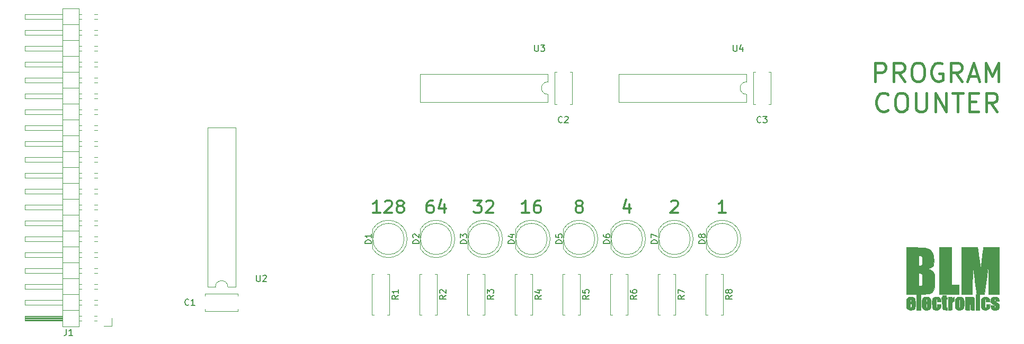
<source format=gbr>
%TF.GenerationSoftware,KiCad,Pcbnew,(6.0.1)*%
%TF.CreationDate,2022-02-21T18:17:07+01:00*%
%TF.ProjectId,ProgrammCounter,50726f67-7261-46d6-9d43-6f756e746572,rev?*%
%TF.SameCoordinates,Original*%
%TF.FileFunction,Legend,Top*%
%TF.FilePolarity,Positive*%
%FSLAX46Y46*%
G04 Gerber Fmt 4.6, Leading zero omitted, Abs format (unit mm)*
G04 Created by KiCad (PCBNEW (6.0.1)) date 2022-02-21 18:17:07*
%MOMM*%
%LPD*%
G01*
G04 APERTURE LIST*
%ADD10C,0.450000*%
%ADD11C,0.300000*%
%ADD12C,0.150000*%
%ADD13C,0.120000*%
%ADD14C,0.010000*%
G04 APERTURE END LIST*
D10*
X129842857Y-11642142D02*
X129842857Y-8642142D01*
X130985714Y-8642142D01*
X131271428Y-8785000D01*
X131414285Y-8927857D01*
X131557142Y-9213571D01*
X131557142Y-9642142D01*
X131414285Y-9927857D01*
X131271428Y-10070714D01*
X130985714Y-10213571D01*
X129842857Y-10213571D01*
X134557142Y-11642142D02*
X133557142Y-10213571D01*
X132842857Y-11642142D02*
X132842857Y-8642142D01*
X133985714Y-8642142D01*
X134271428Y-8785000D01*
X134414285Y-8927857D01*
X134557142Y-9213571D01*
X134557142Y-9642142D01*
X134414285Y-9927857D01*
X134271428Y-10070714D01*
X133985714Y-10213571D01*
X132842857Y-10213571D01*
X136414285Y-8642142D02*
X136985714Y-8642142D01*
X137271428Y-8785000D01*
X137557142Y-9070714D01*
X137700000Y-9642142D01*
X137700000Y-10642142D01*
X137557142Y-11213571D01*
X137271428Y-11499285D01*
X136985714Y-11642142D01*
X136414285Y-11642142D01*
X136128571Y-11499285D01*
X135842857Y-11213571D01*
X135700000Y-10642142D01*
X135700000Y-9642142D01*
X135842857Y-9070714D01*
X136128571Y-8785000D01*
X136414285Y-8642142D01*
X140557142Y-8785000D02*
X140271428Y-8642142D01*
X139842857Y-8642142D01*
X139414285Y-8785000D01*
X139128571Y-9070714D01*
X138985714Y-9356428D01*
X138842857Y-9927857D01*
X138842857Y-10356428D01*
X138985714Y-10927857D01*
X139128571Y-11213571D01*
X139414285Y-11499285D01*
X139842857Y-11642142D01*
X140128571Y-11642142D01*
X140557142Y-11499285D01*
X140700000Y-11356428D01*
X140700000Y-10356428D01*
X140128571Y-10356428D01*
X143700000Y-11642142D02*
X142700000Y-10213571D01*
X141985714Y-11642142D02*
X141985714Y-8642142D01*
X143128571Y-8642142D01*
X143414285Y-8785000D01*
X143557142Y-8927857D01*
X143700000Y-9213571D01*
X143700000Y-9642142D01*
X143557142Y-9927857D01*
X143414285Y-10070714D01*
X143128571Y-10213571D01*
X141985714Y-10213571D01*
X144842857Y-10785000D02*
X146271428Y-10785000D01*
X144557142Y-11642142D02*
X145557142Y-8642142D01*
X146557142Y-11642142D01*
X147557142Y-11642142D02*
X147557142Y-8642142D01*
X148557142Y-10785000D01*
X149557142Y-8642142D01*
X149557142Y-11642142D01*
X131914285Y-16186428D02*
X131771428Y-16329285D01*
X131342857Y-16472142D01*
X131057142Y-16472142D01*
X130628571Y-16329285D01*
X130342857Y-16043571D01*
X130200000Y-15757857D01*
X130057142Y-15186428D01*
X130057142Y-14757857D01*
X130200000Y-14186428D01*
X130342857Y-13900714D01*
X130628571Y-13615000D01*
X131057142Y-13472142D01*
X131342857Y-13472142D01*
X131771428Y-13615000D01*
X131914285Y-13757857D01*
X133771428Y-13472142D02*
X134342857Y-13472142D01*
X134628571Y-13615000D01*
X134914285Y-13900714D01*
X135057142Y-14472142D01*
X135057142Y-15472142D01*
X134914285Y-16043571D01*
X134628571Y-16329285D01*
X134342857Y-16472142D01*
X133771428Y-16472142D01*
X133485714Y-16329285D01*
X133200000Y-16043571D01*
X133057142Y-15472142D01*
X133057142Y-14472142D01*
X133200000Y-13900714D01*
X133485714Y-13615000D01*
X133771428Y-13472142D01*
X136342857Y-13472142D02*
X136342857Y-15900714D01*
X136485714Y-16186428D01*
X136628571Y-16329285D01*
X136914285Y-16472142D01*
X137485714Y-16472142D01*
X137771428Y-16329285D01*
X137914285Y-16186428D01*
X138057142Y-15900714D01*
X138057142Y-13472142D01*
X139485714Y-16472142D02*
X139485714Y-13472142D01*
X141200000Y-16472142D01*
X141200000Y-13472142D01*
X142200000Y-13472142D02*
X143914285Y-13472142D01*
X143057142Y-16472142D02*
X143057142Y-13472142D01*
X144914285Y-14900714D02*
X145914285Y-14900714D01*
X146342857Y-16472142D02*
X144914285Y-16472142D01*
X144914285Y-13472142D01*
X146342857Y-13472142D01*
X149342857Y-16472142D02*
X148342857Y-15043571D01*
X147628571Y-16472142D02*
X147628571Y-13472142D01*
X148771428Y-13472142D01*
X149057142Y-13615000D01*
X149200000Y-13757857D01*
X149342857Y-14043571D01*
X149342857Y-14472142D01*
X149200000Y-14757857D01*
X149057142Y-14900714D01*
X148771428Y-15043571D01*
X147628571Y-15043571D01*
D11*
X74549047Y-32654761D02*
X73406190Y-32654761D01*
X73977619Y-32654761D02*
X73977619Y-30654761D01*
X73787142Y-30940476D01*
X73596666Y-31130952D01*
X73406190Y-31226190D01*
X76263333Y-30654761D02*
X75882380Y-30654761D01*
X75691904Y-30750000D01*
X75596666Y-30845238D01*
X75406190Y-31130952D01*
X75310952Y-31511904D01*
X75310952Y-32273809D01*
X75406190Y-32464285D01*
X75501428Y-32559523D01*
X75691904Y-32654761D01*
X76072857Y-32654761D01*
X76263333Y-32559523D01*
X76358571Y-32464285D01*
X76453809Y-32273809D01*
X76453809Y-31797619D01*
X76358571Y-31607142D01*
X76263333Y-31511904D01*
X76072857Y-31416666D01*
X75691904Y-31416666D01*
X75501428Y-31511904D01*
X75406190Y-31607142D01*
X75310952Y-31797619D01*
X90550952Y-31321428D02*
X90550952Y-32654761D01*
X90074761Y-30559523D02*
X89598571Y-31988095D01*
X90836666Y-31988095D01*
X59118571Y-30654761D02*
X58737619Y-30654761D01*
X58547142Y-30750000D01*
X58451904Y-30845238D01*
X58261428Y-31130952D01*
X58166190Y-31511904D01*
X58166190Y-32273809D01*
X58261428Y-32464285D01*
X58356666Y-32559523D01*
X58547142Y-32654761D01*
X58928095Y-32654761D01*
X59118571Y-32559523D01*
X59213809Y-32464285D01*
X59309047Y-32273809D01*
X59309047Y-31797619D01*
X59213809Y-31607142D01*
X59118571Y-31511904D01*
X58928095Y-31416666D01*
X58547142Y-31416666D01*
X58356666Y-31511904D01*
X58261428Y-31607142D01*
X58166190Y-31797619D01*
X61023333Y-31321428D02*
X61023333Y-32654761D01*
X60547142Y-30559523D02*
X60070952Y-31988095D01*
X61309047Y-31988095D01*
X82359523Y-31511904D02*
X82169047Y-31416666D01*
X82073809Y-31321428D01*
X81978571Y-31130952D01*
X81978571Y-31035714D01*
X82073809Y-30845238D01*
X82169047Y-30750000D01*
X82359523Y-30654761D01*
X82740476Y-30654761D01*
X82930952Y-30750000D01*
X83026190Y-30845238D01*
X83121428Y-31035714D01*
X83121428Y-31130952D01*
X83026190Y-31321428D01*
X82930952Y-31416666D01*
X82740476Y-31511904D01*
X82359523Y-31511904D01*
X82169047Y-31607142D01*
X82073809Y-31702380D01*
X81978571Y-31892857D01*
X81978571Y-32273809D01*
X82073809Y-32464285D01*
X82169047Y-32559523D01*
X82359523Y-32654761D01*
X82740476Y-32654761D01*
X82930952Y-32559523D01*
X83026190Y-32464285D01*
X83121428Y-32273809D01*
X83121428Y-31892857D01*
X83026190Y-31702380D01*
X82930952Y-31607142D01*
X82740476Y-31511904D01*
X65690952Y-30654761D02*
X66929047Y-30654761D01*
X66262380Y-31416666D01*
X66548095Y-31416666D01*
X66738571Y-31511904D01*
X66833809Y-31607142D01*
X66929047Y-31797619D01*
X66929047Y-32273809D01*
X66833809Y-32464285D01*
X66738571Y-32559523D01*
X66548095Y-32654761D01*
X65976666Y-32654761D01*
X65786190Y-32559523D01*
X65690952Y-32464285D01*
X67690952Y-30845238D02*
X67786190Y-30750000D01*
X67976666Y-30654761D01*
X68452857Y-30654761D01*
X68643333Y-30750000D01*
X68738571Y-30845238D01*
X68833809Y-31035714D01*
X68833809Y-31226190D01*
X68738571Y-31511904D01*
X67595714Y-32654761D01*
X68833809Y-32654761D01*
X97218571Y-30845238D02*
X97313809Y-30750000D01*
X97504285Y-30654761D01*
X97980476Y-30654761D01*
X98170952Y-30750000D01*
X98266190Y-30845238D01*
X98361428Y-31035714D01*
X98361428Y-31226190D01*
X98266190Y-31511904D01*
X97123333Y-32654761D01*
X98361428Y-32654761D01*
X50736666Y-32654761D02*
X49593809Y-32654761D01*
X50165238Y-32654761D02*
X50165238Y-30654761D01*
X49974761Y-30940476D01*
X49784285Y-31130952D01*
X49593809Y-31226190D01*
X51498571Y-30845238D02*
X51593809Y-30750000D01*
X51784285Y-30654761D01*
X52260476Y-30654761D01*
X52450952Y-30750000D01*
X52546190Y-30845238D01*
X52641428Y-31035714D01*
X52641428Y-31226190D01*
X52546190Y-31511904D01*
X51403333Y-32654761D01*
X52641428Y-32654761D01*
X53784285Y-31511904D02*
X53593809Y-31416666D01*
X53498571Y-31321428D01*
X53403333Y-31130952D01*
X53403333Y-31035714D01*
X53498571Y-30845238D01*
X53593809Y-30750000D01*
X53784285Y-30654761D01*
X54165238Y-30654761D01*
X54355714Y-30750000D01*
X54450952Y-30845238D01*
X54546190Y-31035714D01*
X54546190Y-31130952D01*
X54450952Y-31321428D01*
X54355714Y-31416666D01*
X54165238Y-31511904D01*
X53784285Y-31511904D01*
X53593809Y-31607142D01*
X53498571Y-31702380D01*
X53403333Y-31892857D01*
X53403333Y-32273809D01*
X53498571Y-32464285D01*
X53593809Y-32559523D01*
X53784285Y-32654761D01*
X54165238Y-32654761D01*
X54355714Y-32559523D01*
X54450952Y-32464285D01*
X54546190Y-32273809D01*
X54546190Y-31892857D01*
X54450952Y-31702380D01*
X54355714Y-31607142D01*
X54165238Y-31511904D01*
X105981428Y-32654761D02*
X104838571Y-32654761D01*
X105410000Y-32654761D02*
X105410000Y-30654761D01*
X105219523Y-30940476D01*
X105029047Y-31130952D01*
X104838571Y-31226190D01*
D12*
%TO.C,C1*%
X20153333Y-47347142D02*
X20105714Y-47394761D01*
X19962857Y-47442380D01*
X19867619Y-47442380D01*
X19724761Y-47394761D01*
X19629523Y-47299523D01*
X19581904Y-47204285D01*
X19534285Y-47013809D01*
X19534285Y-46870952D01*
X19581904Y-46680476D01*
X19629523Y-46585238D01*
X19724761Y-46490000D01*
X19867619Y-46442380D01*
X19962857Y-46442380D01*
X20105714Y-46490000D01*
X20153333Y-46537619D01*
X21105714Y-47442380D02*
X20534285Y-47442380D01*
X20820000Y-47442380D02*
X20820000Y-46442380D01*
X20724761Y-46585238D01*
X20629523Y-46680476D01*
X20534285Y-46728095D01*
%TO.C,C2*%
X79843333Y-18137142D02*
X79795714Y-18184761D01*
X79652857Y-18232380D01*
X79557619Y-18232380D01*
X79414761Y-18184761D01*
X79319523Y-18089523D01*
X79271904Y-17994285D01*
X79224285Y-17803809D01*
X79224285Y-17660952D01*
X79271904Y-17470476D01*
X79319523Y-17375238D01*
X79414761Y-17280000D01*
X79557619Y-17232380D01*
X79652857Y-17232380D01*
X79795714Y-17280000D01*
X79843333Y-17327619D01*
X80224285Y-17327619D02*
X80271904Y-17280000D01*
X80367142Y-17232380D01*
X80605238Y-17232380D01*
X80700476Y-17280000D01*
X80748095Y-17327619D01*
X80795714Y-17422857D01*
X80795714Y-17518095D01*
X80748095Y-17660952D01*
X80176666Y-18232380D01*
X80795714Y-18232380D01*
%TO.C,C3*%
X111593333Y-18137142D02*
X111545714Y-18184761D01*
X111402857Y-18232380D01*
X111307619Y-18232380D01*
X111164761Y-18184761D01*
X111069523Y-18089523D01*
X111021904Y-17994285D01*
X110974285Y-17803809D01*
X110974285Y-17660952D01*
X111021904Y-17470476D01*
X111069523Y-17375238D01*
X111164761Y-17280000D01*
X111307619Y-17232380D01*
X111402857Y-17232380D01*
X111545714Y-17280000D01*
X111593333Y-17327619D01*
X111926666Y-17232380D02*
X112545714Y-17232380D01*
X112212380Y-17613333D01*
X112355238Y-17613333D01*
X112450476Y-17660952D01*
X112498095Y-17708571D01*
X112545714Y-17803809D01*
X112545714Y-18041904D01*
X112498095Y-18137142D01*
X112450476Y-18184761D01*
X112355238Y-18232380D01*
X112069523Y-18232380D01*
X111974285Y-18184761D01*
X111926666Y-18137142D01*
%TO.C,D1*%
X49347380Y-37568095D02*
X48347380Y-37568095D01*
X48347380Y-37330000D01*
X48395000Y-37187142D01*
X48490238Y-37091904D01*
X48585476Y-37044285D01*
X48775952Y-36996666D01*
X48918809Y-36996666D01*
X49109285Y-37044285D01*
X49204523Y-37091904D01*
X49299761Y-37187142D01*
X49347380Y-37330000D01*
X49347380Y-37568095D01*
X49347380Y-36044285D02*
X49347380Y-36615714D01*
X49347380Y-36330000D02*
X48347380Y-36330000D01*
X48490238Y-36425238D01*
X48585476Y-36520476D01*
X48633095Y-36615714D01*
%TO.C,D2*%
X56967380Y-37568095D02*
X55967380Y-37568095D01*
X55967380Y-37330000D01*
X56015000Y-37187142D01*
X56110238Y-37091904D01*
X56205476Y-37044285D01*
X56395952Y-36996666D01*
X56538809Y-36996666D01*
X56729285Y-37044285D01*
X56824523Y-37091904D01*
X56919761Y-37187142D01*
X56967380Y-37330000D01*
X56967380Y-37568095D01*
X56062619Y-36615714D02*
X56015000Y-36568095D01*
X55967380Y-36472857D01*
X55967380Y-36234761D01*
X56015000Y-36139523D01*
X56062619Y-36091904D01*
X56157857Y-36044285D01*
X56253095Y-36044285D01*
X56395952Y-36091904D01*
X56967380Y-36663333D01*
X56967380Y-36044285D01*
%TO.C,D3*%
X64587380Y-37568095D02*
X63587380Y-37568095D01*
X63587380Y-37330000D01*
X63635000Y-37187142D01*
X63730238Y-37091904D01*
X63825476Y-37044285D01*
X64015952Y-36996666D01*
X64158809Y-36996666D01*
X64349285Y-37044285D01*
X64444523Y-37091904D01*
X64539761Y-37187142D01*
X64587380Y-37330000D01*
X64587380Y-37568095D01*
X63587380Y-36663333D02*
X63587380Y-36044285D01*
X63968333Y-36377619D01*
X63968333Y-36234761D01*
X64015952Y-36139523D01*
X64063571Y-36091904D01*
X64158809Y-36044285D01*
X64396904Y-36044285D01*
X64492142Y-36091904D01*
X64539761Y-36139523D01*
X64587380Y-36234761D01*
X64587380Y-36520476D01*
X64539761Y-36615714D01*
X64492142Y-36663333D01*
%TO.C,D4*%
X72207380Y-37568095D02*
X71207380Y-37568095D01*
X71207380Y-37330000D01*
X71255000Y-37187142D01*
X71350238Y-37091904D01*
X71445476Y-37044285D01*
X71635952Y-36996666D01*
X71778809Y-36996666D01*
X71969285Y-37044285D01*
X72064523Y-37091904D01*
X72159761Y-37187142D01*
X72207380Y-37330000D01*
X72207380Y-37568095D01*
X71540714Y-36139523D02*
X72207380Y-36139523D01*
X71159761Y-36377619D02*
X71874047Y-36615714D01*
X71874047Y-35996666D01*
%TO.C,D5*%
X79827380Y-37568095D02*
X78827380Y-37568095D01*
X78827380Y-37330000D01*
X78875000Y-37187142D01*
X78970238Y-37091904D01*
X79065476Y-37044285D01*
X79255952Y-36996666D01*
X79398809Y-36996666D01*
X79589285Y-37044285D01*
X79684523Y-37091904D01*
X79779761Y-37187142D01*
X79827380Y-37330000D01*
X79827380Y-37568095D01*
X78827380Y-36091904D02*
X78827380Y-36568095D01*
X79303571Y-36615714D01*
X79255952Y-36568095D01*
X79208333Y-36472857D01*
X79208333Y-36234761D01*
X79255952Y-36139523D01*
X79303571Y-36091904D01*
X79398809Y-36044285D01*
X79636904Y-36044285D01*
X79732142Y-36091904D01*
X79779761Y-36139523D01*
X79827380Y-36234761D01*
X79827380Y-36472857D01*
X79779761Y-36568095D01*
X79732142Y-36615714D01*
%TO.C,D6*%
X87447380Y-37568095D02*
X86447380Y-37568095D01*
X86447380Y-37330000D01*
X86495000Y-37187142D01*
X86590238Y-37091904D01*
X86685476Y-37044285D01*
X86875952Y-36996666D01*
X87018809Y-36996666D01*
X87209285Y-37044285D01*
X87304523Y-37091904D01*
X87399761Y-37187142D01*
X87447380Y-37330000D01*
X87447380Y-37568095D01*
X86447380Y-36139523D02*
X86447380Y-36330000D01*
X86495000Y-36425238D01*
X86542619Y-36472857D01*
X86685476Y-36568095D01*
X86875952Y-36615714D01*
X87256904Y-36615714D01*
X87352142Y-36568095D01*
X87399761Y-36520476D01*
X87447380Y-36425238D01*
X87447380Y-36234761D01*
X87399761Y-36139523D01*
X87352142Y-36091904D01*
X87256904Y-36044285D01*
X87018809Y-36044285D01*
X86923571Y-36091904D01*
X86875952Y-36139523D01*
X86828333Y-36234761D01*
X86828333Y-36425238D01*
X86875952Y-36520476D01*
X86923571Y-36568095D01*
X87018809Y-36615714D01*
%TO.C,D7*%
X95067380Y-37568095D02*
X94067380Y-37568095D01*
X94067380Y-37330000D01*
X94115000Y-37187142D01*
X94210238Y-37091904D01*
X94305476Y-37044285D01*
X94495952Y-36996666D01*
X94638809Y-36996666D01*
X94829285Y-37044285D01*
X94924523Y-37091904D01*
X95019761Y-37187142D01*
X95067380Y-37330000D01*
X95067380Y-37568095D01*
X94067380Y-36663333D02*
X94067380Y-35996666D01*
X95067380Y-36425238D01*
%TO.C,D8*%
X102687380Y-37568095D02*
X101687380Y-37568095D01*
X101687380Y-37330000D01*
X101735000Y-37187142D01*
X101830238Y-37091904D01*
X101925476Y-37044285D01*
X102115952Y-36996666D01*
X102258809Y-36996666D01*
X102449285Y-37044285D01*
X102544523Y-37091904D01*
X102639761Y-37187142D01*
X102687380Y-37330000D01*
X102687380Y-37568095D01*
X102115952Y-36425238D02*
X102068333Y-36520476D01*
X102020714Y-36568095D01*
X101925476Y-36615714D01*
X101877857Y-36615714D01*
X101782619Y-36568095D01*
X101735000Y-36520476D01*
X101687380Y-36425238D01*
X101687380Y-36234761D01*
X101735000Y-36139523D01*
X101782619Y-36091904D01*
X101877857Y-36044285D01*
X101925476Y-36044285D01*
X102020714Y-36091904D01*
X102068333Y-36139523D01*
X102115952Y-36234761D01*
X102115952Y-36425238D01*
X102163571Y-36520476D01*
X102211190Y-36568095D01*
X102306428Y-36615714D01*
X102496904Y-36615714D01*
X102592142Y-36568095D01*
X102639761Y-36520476D01*
X102687380Y-36425238D01*
X102687380Y-36234761D01*
X102639761Y-36139523D01*
X102592142Y-36091904D01*
X102496904Y-36044285D01*
X102306428Y-36044285D01*
X102211190Y-36091904D01*
X102163571Y-36139523D01*
X102115952Y-36234761D01*
%TO.C,J1*%
X591666Y-51252380D02*
X591666Y-51966666D01*
X544047Y-52109523D01*
X448809Y-52204761D01*
X305952Y-52252380D01*
X210714Y-52252380D01*
X1591666Y-52252380D02*
X1020238Y-52252380D01*
X1305952Y-52252380D02*
X1305952Y-51252380D01*
X1210714Y-51395238D01*
X1115476Y-51490476D01*
X1020238Y-51538095D01*
%TO.C,R1*%
X53622380Y-45886666D02*
X53146190Y-46220000D01*
X53622380Y-46458095D02*
X52622380Y-46458095D01*
X52622380Y-46077142D01*
X52670000Y-45981904D01*
X52717619Y-45934285D01*
X52812857Y-45886666D01*
X52955714Y-45886666D01*
X53050952Y-45934285D01*
X53098571Y-45981904D01*
X53146190Y-46077142D01*
X53146190Y-46458095D01*
X53622380Y-44934285D02*
X53622380Y-45505714D01*
X53622380Y-45220000D02*
X52622380Y-45220000D01*
X52765238Y-45315238D01*
X52860476Y-45410476D01*
X52908095Y-45505714D01*
%TO.C,R2*%
X61242380Y-45886666D02*
X60766190Y-46220000D01*
X61242380Y-46458095D02*
X60242380Y-46458095D01*
X60242380Y-46077142D01*
X60290000Y-45981904D01*
X60337619Y-45934285D01*
X60432857Y-45886666D01*
X60575714Y-45886666D01*
X60670952Y-45934285D01*
X60718571Y-45981904D01*
X60766190Y-46077142D01*
X60766190Y-46458095D01*
X60337619Y-45505714D02*
X60290000Y-45458095D01*
X60242380Y-45362857D01*
X60242380Y-45124761D01*
X60290000Y-45029523D01*
X60337619Y-44981904D01*
X60432857Y-44934285D01*
X60528095Y-44934285D01*
X60670952Y-44981904D01*
X61242380Y-45553333D01*
X61242380Y-44934285D01*
%TO.C,R3*%
X68862380Y-45886666D02*
X68386190Y-46220000D01*
X68862380Y-46458095D02*
X67862380Y-46458095D01*
X67862380Y-46077142D01*
X67910000Y-45981904D01*
X67957619Y-45934285D01*
X68052857Y-45886666D01*
X68195714Y-45886666D01*
X68290952Y-45934285D01*
X68338571Y-45981904D01*
X68386190Y-46077142D01*
X68386190Y-46458095D01*
X67862380Y-45553333D02*
X67862380Y-44934285D01*
X68243333Y-45267619D01*
X68243333Y-45124761D01*
X68290952Y-45029523D01*
X68338571Y-44981904D01*
X68433809Y-44934285D01*
X68671904Y-44934285D01*
X68767142Y-44981904D01*
X68814761Y-45029523D01*
X68862380Y-45124761D01*
X68862380Y-45410476D01*
X68814761Y-45505714D01*
X68767142Y-45553333D01*
%TO.C,R4*%
X76482380Y-45886666D02*
X76006190Y-46220000D01*
X76482380Y-46458095D02*
X75482380Y-46458095D01*
X75482380Y-46077142D01*
X75530000Y-45981904D01*
X75577619Y-45934285D01*
X75672857Y-45886666D01*
X75815714Y-45886666D01*
X75910952Y-45934285D01*
X75958571Y-45981904D01*
X76006190Y-46077142D01*
X76006190Y-46458095D01*
X75815714Y-45029523D02*
X76482380Y-45029523D01*
X75434761Y-45267619D02*
X76149047Y-45505714D01*
X76149047Y-44886666D01*
%TO.C,R5*%
X84102380Y-45886666D02*
X83626190Y-46220000D01*
X84102380Y-46458095D02*
X83102380Y-46458095D01*
X83102380Y-46077142D01*
X83150000Y-45981904D01*
X83197619Y-45934285D01*
X83292857Y-45886666D01*
X83435714Y-45886666D01*
X83530952Y-45934285D01*
X83578571Y-45981904D01*
X83626190Y-46077142D01*
X83626190Y-46458095D01*
X83102380Y-44981904D02*
X83102380Y-45458095D01*
X83578571Y-45505714D01*
X83530952Y-45458095D01*
X83483333Y-45362857D01*
X83483333Y-45124761D01*
X83530952Y-45029523D01*
X83578571Y-44981904D01*
X83673809Y-44934285D01*
X83911904Y-44934285D01*
X84007142Y-44981904D01*
X84054761Y-45029523D01*
X84102380Y-45124761D01*
X84102380Y-45362857D01*
X84054761Y-45458095D01*
X84007142Y-45505714D01*
%TO.C,R6*%
X91722380Y-45886666D02*
X91246190Y-46220000D01*
X91722380Y-46458095D02*
X90722380Y-46458095D01*
X90722380Y-46077142D01*
X90770000Y-45981904D01*
X90817619Y-45934285D01*
X90912857Y-45886666D01*
X91055714Y-45886666D01*
X91150952Y-45934285D01*
X91198571Y-45981904D01*
X91246190Y-46077142D01*
X91246190Y-46458095D01*
X90722380Y-45029523D02*
X90722380Y-45220000D01*
X90770000Y-45315238D01*
X90817619Y-45362857D01*
X90960476Y-45458095D01*
X91150952Y-45505714D01*
X91531904Y-45505714D01*
X91627142Y-45458095D01*
X91674761Y-45410476D01*
X91722380Y-45315238D01*
X91722380Y-45124761D01*
X91674761Y-45029523D01*
X91627142Y-44981904D01*
X91531904Y-44934285D01*
X91293809Y-44934285D01*
X91198571Y-44981904D01*
X91150952Y-45029523D01*
X91103333Y-45124761D01*
X91103333Y-45315238D01*
X91150952Y-45410476D01*
X91198571Y-45458095D01*
X91293809Y-45505714D01*
%TO.C,R7*%
X99342380Y-45886666D02*
X98866190Y-46220000D01*
X99342380Y-46458095D02*
X98342380Y-46458095D01*
X98342380Y-46077142D01*
X98390000Y-45981904D01*
X98437619Y-45934285D01*
X98532857Y-45886666D01*
X98675714Y-45886666D01*
X98770952Y-45934285D01*
X98818571Y-45981904D01*
X98866190Y-46077142D01*
X98866190Y-46458095D01*
X98342380Y-45553333D02*
X98342380Y-44886666D01*
X99342380Y-45315238D01*
%TO.C,R8*%
X106962380Y-45886666D02*
X106486190Y-46220000D01*
X106962380Y-46458095D02*
X105962380Y-46458095D01*
X105962380Y-46077142D01*
X106010000Y-45981904D01*
X106057619Y-45934285D01*
X106152857Y-45886666D01*
X106295714Y-45886666D01*
X106390952Y-45934285D01*
X106438571Y-45981904D01*
X106486190Y-46077142D01*
X106486190Y-46458095D01*
X106390952Y-45315238D02*
X106343333Y-45410476D01*
X106295714Y-45458095D01*
X106200476Y-45505714D01*
X106152857Y-45505714D01*
X106057619Y-45458095D01*
X106010000Y-45410476D01*
X105962380Y-45315238D01*
X105962380Y-45124761D01*
X106010000Y-45029523D01*
X106057619Y-44981904D01*
X106152857Y-44934285D01*
X106200476Y-44934285D01*
X106295714Y-44981904D01*
X106343333Y-45029523D01*
X106390952Y-45124761D01*
X106390952Y-45315238D01*
X106438571Y-45410476D01*
X106486190Y-45458095D01*
X106581428Y-45505714D01*
X106771904Y-45505714D01*
X106867142Y-45458095D01*
X106914761Y-45410476D01*
X106962380Y-45315238D01*
X106962380Y-45124761D01*
X106914761Y-45029523D01*
X106867142Y-44981904D01*
X106771904Y-44934285D01*
X106581428Y-44934285D01*
X106486190Y-44981904D01*
X106438571Y-45029523D01*
X106390952Y-45124761D01*
%TO.C,U2*%
X30988095Y-42632380D02*
X30988095Y-43441904D01*
X31035714Y-43537142D01*
X31083333Y-43584761D01*
X31178571Y-43632380D01*
X31369047Y-43632380D01*
X31464285Y-43584761D01*
X31511904Y-43537142D01*
X31559523Y-43441904D01*
X31559523Y-42632380D01*
X31988095Y-42727619D02*
X32035714Y-42680000D01*
X32130952Y-42632380D01*
X32369047Y-42632380D01*
X32464285Y-42680000D01*
X32511904Y-42727619D01*
X32559523Y-42822857D01*
X32559523Y-42918095D01*
X32511904Y-43060952D01*
X31940476Y-43632380D01*
X32559523Y-43632380D01*
%TO.C,U3*%
X75438095Y-5802380D02*
X75438095Y-6611904D01*
X75485714Y-6707142D01*
X75533333Y-6754761D01*
X75628571Y-6802380D01*
X75819047Y-6802380D01*
X75914285Y-6754761D01*
X75961904Y-6707142D01*
X76009523Y-6611904D01*
X76009523Y-5802380D01*
X76390476Y-5802380D02*
X77009523Y-5802380D01*
X76676190Y-6183333D01*
X76819047Y-6183333D01*
X76914285Y-6230952D01*
X76961904Y-6278571D01*
X77009523Y-6373809D01*
X77009523Y-6611904D01*
X76961904Y-6707142D01*
X76914285Y-6754761D01*
X76819047Y-6802380D01*
X76533333Y-6802380D01*
X76438095Y-6754761D01*
X76390476Y-6707142D01*
%TO.C,U4*%
X107188095Y-5802380D02*
X107188095Y-6611904D01*
X107235714Y-6707142D01*
X107283333Y-6754761D01*
X107378571Y-6802380D01*
X107569047Y-6802380D01*
X107664285Y-6754761D01*
X107711904Y-6707142D01*
X107759523Y-6611904D01*
X107759523Y-5802380D01*
X108664285Y-6135714D02*
X108664285Y-6802380D01*
X108426190Y-5754761D02*
X108188095Y-6469047D01*
X108807142Y-6469047D01*
D13*
%TO.C,C1*%
X22740000Y-45620000D02*
X27980000Y-45620000D01*
X22740000Y-48045000D02*
X22740000Y-48360000D01*
X22740000Y-45620000D02*
X22740000Y-45935000D01*
X27980000Y-45620000D02*
X27980000Y-45935000D01*
X22740000Y-48360000D02*
X27980000Y-48360000D01*
X27980000Y-48045000D02*
X27980000Y-48360000D01*
%TO.C,C2*%
X81065000Y-10080000D02*
X81380000Y-10080000D01*
X78640000Y-10080000D02*
X78955000Y-10080000D01*
X78640000Y-15320000D02*
X78640000Y-10080000D01*
X81065000Y-15320000D02*
X81380000Y-15320000D01*
X81380000Y-15320000D02*
X81380000Y-10080000D01*
X78640000Y-15320000D02*
X78955000Y-15320000D01*
%TO.C,C3*%
X110390000Y-15320000D02*
X110390000Y-10080000D01*
X110390000Y-15320000D02*
X110705000Y-15320000D01*
X112815000Y-10080000D02*
X113130000Y-10080000D01*
X110390000Y-10080000D02*
X110705000Y-10080000D01*
X113130000Y-15320000D02*
X113130000Y-10080000D01*
X112815000Y-15320000D02*
X113130000Y-15320000D01*
%TO.C,D1*%
X49510000Y-35285000D02*
X49510000Y-38375000D01*
X55060000Y-36830462D02*
G75*
G03*
X49510000Y-35285170I-2990000J462D01*
G01*
X49510000Y-38374830D02*
G75*
G03*
X55060000Y-36829538I2560000J1544830D01*
G01*
X54570000Y-36830000D02*
G75*
G03*
X54570000Y-36830000I-2500000J0D01*
G01*
%TO.C,D2*%
X57130000Y-35285000D02*
X57130000Y-38375000D01*
X62680000Y-36830462D02*
G75*
G03*
X57130000Y-35285170I-2990000J462D01*
G01*
X57130000Y-38374830D02*
G75*
G03*
X62680000Y-36829538I2560000J1544830D01*
G01*
X62190000Y-36830000D02*
G75*
G03*
X62190000Y-36830000I-2500000J0D01*
G01*
%TO.C,D3*%
X64750000Y-35285000D02*
X64750000Y-38375000D01*
X64750000Y-38374830D02*
G75*
G03*
X70300000Y-36829538I2560000J1544830D01*
G01*
X70300000Y-36830462D02*
G75*
G03*
X64750000Y-35285170I-2990000J462D01*
G01*
X69810000Y-36830000D02*
G75*
G03*
X69810000Y-36830000I-2500000J0D01*
G01*
%TO.C,D4*%
X72370000Y-35285000D02*
X72370000Y-38375000D01*
X72370000Y-38374830D02*
G75*
G03*
X77920000Y-36829538I2560000J1544830D01*
G01*
X77920000Y-36830462D02*
G75*
G03*
X72370000Y-35285170I-2990000J462D01*
G01*
X77430000Y-36830000D02*
G75*
G03*
X77430000Y-36830000I-2500000J0D01*
G01*
%TO.C,D5*%
X79990000Y-35285000D02*
X79990000Y-38375000D01*
X85540000Y-36830462D02*
G75*
G03*
X79990000Y-35285170I-2990000J462D01*
G01*
X79990000Y-38374830D02*
G75*
G03*
X85540000Y-36829538I2560000J1544830D01*
G01*
X85050000Y-36830000D02*
G75*
G03*
X85050000Y-36830000I-2500000J0D01*
G01*
%TO.C,D6*%
X87610000Y-35285000D02*
X87610000Y-38375000D01*
X87610000Y-38374830D02*
G75*
G03*
X93160000Y-36829538I2560000J1544830D01*
G01*
X93160000Y-36830462D02*
G75*
G03*
X87610000Y-35285170I-2990000J462D01*
G01*
X92670000Y-36830000D02*
G75*
G03*
X92670000Y-36830000I-2500000J0D01*
G01*
%TO.C,D7*%
X95230000Y-35285000D02*
X95230000Y-38375000D01*
X95230000Y-38374830D02*
G75*
G03*
X100780000Y-36829538I2560000J1544830D01*
G01*
X100780000Y-36830462D02*
G75*
G03*
X95230000Y-35285170I-2990000J462D01*
G01*
X100290000Y-36830000D02*
G75*
G03*
X100290000Y-36830000I-2500000J0D01*
G01*
%TO.C,D8*%
X102850000Y-35285000D02*
X102850000Y-38375000D01*
X102850000Y-38374830D02*
G75*
G03*
X108400000Y-36829538I2560000J1544830D01*
G01*
X108400000Y-36830462D02*
G75*
G03*
X102850000Y-35285170I-2990000J462D01*
G01*
X107910000Y-36830000D02*
G75*
G03*
X107910000Y-36830000I-2500000J0D01*
G01*
%TO.C,J1*%
X5537071Y-33910000D02*
X5082929Y-33910000D01*
X2997071Y-19430000D02*
X2600000Y-19430000D01*
X-60000Y-47370000D02*
X-6060000Y-47370000D01*
X5537071Y-19430000D02*
X5082929Y-19430000D01*
X-6060000Y-37210000D02*
X-6060000Y-36450000D01*
X2997071Y-29590000D02*
X2600000Y-29590000D01*
X2997071Y-49910000D02*
X2600000Y-49910000D01*
X2997071Y-44830000D02*
X2600000Y-44830000D01*
X2997071Y-13590000D02*
X2600000Y-13590000D01*
X5537071Y-13590000D02*
X5082929Y-13590000D01*
X2600000Y-40640000D02*
X-60000Y-40640000D01*
X-60000Y-49730000D02*
X-6060000Y-49730000D01*
X2997071Y-49150000D02*
X2600000Y-49150000D01*
X2997071Y-3430000D02*
X2600000Y-3430000D01*
X-60000Y-42290000D02*
X-6060000Y-42290000D01*
X2997071Y-6730000D02*
X2600000Y-6730000D01*
X-60000Y-16890000D02*
X-6060000Y-16890000D01*
X-60000Y-39750000D02*
X-6060000Y-39750000D01*
X-6060000Y-42290000D02*
X-6060000Y-41530000D01*
X-60000Y-49850000D02*
X-6060000Y-49850000D01*
X7850000Y-49530000D02*
X7850000Y-50800000D01*
X2600000Y-45720000D02*
X-60000Y-45720000D01*
X-6060000Y-8510000D02*
X-60000Y-8510000D01*
X5537071Y-27050000D02*
X5082929Y-27050000D01*
X2600000Y60000D02*
X-60000Y60000D01*
X2600000Y-22860000D02*
X-60000Y-22860000D01*
X-6060000Y-24510000D02*
X-6060000Y-23750000D01*
X2997071Y-36450000D02*
X2600000Y-36450000D01*
X5537071Y-21210000D02*
X5082929Y-21210000D01*
X5537071Y-11050000D02*
X5082929Y-11050000D01*
X-6060000Y-28830000D02*
X-60000Y-28830000D01*
X2997071Y-14350000D02*
X2600000Y-14350000D01*
X-6060000Y-11050000D02*
X-60000Y-11050000D01*
X-6060000Y-23750000D02*
X-60000Y-23750000D01*
X2997071Y-33910000D02*
X2600000Y-33910000D01*
X-6060000Y-16890000D02*
X-6060000Y-16130000D01*
X2997071Y-16890000D02*
X2600000Y-16890000D01*
X2600000Y-43180000D02*
X-60000Y-43180000D01*
X2600000Y-5080000D02*
X-60000Y-5080000D01*
X-60000Y-32130000D02*
X-6060000Y-32130000D01*
X2600000Y-12700000D02*
X-60000Y-12700000D01*
X2997071Y-890000D02*
X2600000Y-890000D01*
X2997071Y-11810000D02*
X2600000Y-11810000D01*
X2997071Y-23750000D02*
X2600000Y-23750000D01*
X5470000Y-49910000D02*
X5082929Y-49910000D01*
X5537071Y-1650000D02*
X5082929Y-1650000D01*
X2600000Y-17780000D02*
X-60000Y-17780000D01*
X-6060000Y-44830000D02*
X-6060000Y-44070000D01*
X-6060000Y-49150000D02*
X-60000Y-49150000D01*
X2997071Y-28830000D02*
X2600000Y-28830000D01*
X-6060000Y-29590000D02*
X-6060000Y-28830000D01*
X-60000Y-24510000D02*
X-6060000Y-24510000D01*
X2997071Y-26290000D02*
X2600000Y-26290000D01*
X-6060000Y-19430000D02*
X-6060000Y-18670000D01*
X2600000Y-25400000D02*
X-60000Y-25400000D01*
X-6060000Y-27050000D02*
X-6060000Y-26290000D01*
X2600000Y-27940000D02*
X-60000Y-27940000D01*
X-60000Y-4190000D02*
X-6060000Y-4190000D01*
X-6060000Y-11810000D02*
X-6060000Y-11050000D01*
X2997071Y-21970000D02*
X2600000Y-21970000D01*
X-6060000Y-39750000D02*
X-6060000Y-38990000D01*
X-60000Y-34670000D02*
X-6060000Y-34670000D01*
X5537071Y-890000D02*
X5082929Y-890000D01*
X-60000Y-1650000D02*
X-6060000Y-1650000D01*
X5537071Y-24510000D02*
X5082929Y-24510000D01*
X-6060000Y-3430000D02*
X-60000Y-3430000D01*
X5537071Y-29590000D02*
X5082929Y-29590000D01*
X-6060000Y-44070000D02*
X-60000Y-44070000D01*
X5537071Y-37210000D02*
X5082929Y-37210000D01*
X5537071Y-39750000D02*
X5082929Y-39750000D01*
X5537071Y-23750000D02*
X5082929Y-23750000D01*
X2997071Y-11050000D02*
X2600000Y-11050000D01*
X5537071Y-46610000D02*
X5082929Y-46610000D01*
X-6060000Y-33910000D02*
X-60000Y-33910000D01*
X2997071Y-21210000D02*
X2600000Y-21210000D01*
X-60000Y-50860000D02*
X2600000Y-50860000D01*
X2997071Y-46610000D02*
X2600000Y-46610000D01*
X2997071Y-9270000D02*
X2600000Y-9270000D01*
X-6060000Y-34670000D02*
X-6060000Y-33910000D01*
X-6060000Y-18670000D02*
X-60000Y-18670000D01*
X2997071Y-42290000D02*
X2600000Y-42290000D01*
X-6060000Y-9270000D02*
X-6060000Y-8510000D01*
X2600000Y-2540000D02*
X-60000Y-2540000D01*
X5537071Y-4190000D02*
X5082929Y-4190000D01*
X-6060000Y-890000D02*
X-60000Y-890000D01*
X-6060000Y-5970000D02*
X-60000Y-5970000D01*
X-60000Y-49370000D02*
X-6060000Y-49370000D01*
X-6060000Y-21970000D02*
X-6060000Y-21210000D01*
X-60000Y-6730000D02*
X-6060000Y-6730000D01*
X-6060000Y-32130000D02*
X-6060000Y-31370000D01*
X-60000Y-19430000D02*
X-6060000Y-19430000D01*
X2600000Y-30480000D02*
X-60000Y-30480000D01*
X-6060000Y-16130000D02*
X-60000Y-16130000D01*
X5537071Y-44070000D02*
X5082929Y-44070000D01*
X5537071Y-11810000D02*
X5082929Y-11810000D01*
X2600000Y-10160000D02*
X-60000Y-10160000D01*
X2600000Y-33020000D02*
X-60000Y-33020000D01*
X-60000Y-27050000D02*
X-6060000Y-27050000D01*
X2997071Y-18670000D02*
X2600000Y-18670000D01*
X2600000Y-38100000D02*
X-60000Y-38100000D01*
X-6060000Y-1650000D02*
X-6060000Y-890000D01*
X5537071Y-41530000D02*
X5082929Y-41530000D01*
X5537071Y-6730000D02*
X5082929Y-6730000D01*
X-60000Y-29590000D02*
X-6060000Y-29590000D01*
X-60000Y60000D02*
X-60000Y-50860000D01*
X2997071Y-37210000D02*
X2600000Y-37210000D01*
X2997071Y-27050000D02*
X2600000Y-27050000D01*
X-60000Y-21970000D02*
X-6060000Y-21970000D01*
X-6060000Y-38990000D02*
X-60000Y-38990000D01*
X2600000Y-20320000D02*
X-60000Y-20320000D01*
X5537071Y-9270000D02*
X5082929Y-9270000D01*
X-6060000Y-36450000D02*
X-60000Y-36450000D01*
X5537071Y-3430000D02*
X5082929Y-3430000D01*
X2997071Y-8510000D02*
X2600000Y-8510000D01*
X5537071Y-14350000D02*
X5082929Y-14350000D01*
X5537071Y-31370000D02*
X5082929Y-31370000D01*
X5537071Y-47370000D02*
X5082929Y-47370000D01*
X-6060000Y-49910000D02*
X-6060000Y-49150000D01*
X5537071Y-38990000D02*
X5082929Y-38990000D01*
X5537071Y-36450000D02*
X5082929Y-36450000D01*
X-6060000Y-47370000D02*
X-6060000Y-46610000D01*
X5470000Y-49150000D02*
X5082929Y-49150000D01*
X2997071Y-16130000D02*
X2600000Y-16130000D01*
X5537071Y-16890000D02*
X5082929Y-16890000D01*
X2600000Y-48260000D02*
X-60000Y-48260000D01*
X5537071Y-5970000D02*
X5082929Y-5970000D01*
X2997071Y-24510000D02*
X2600000Y-24510000D01*
X2997071Y-32130000D02*
X2600000Y-32130000D01*
X5537071Y-21970000D02*
X5082929Y-21970000D01*
X-6060000Y-31370000D02*
X-60000Y-31370000D01*
X-6060000Y-4190000D02*
X-6060000Y-3430000D01*
X2997071Y-47370000D02*
X2600000Y-47370000D01*
X2997071Y-4190000D02*
X2600000Y-4190000D01*
X2600000Y-15240000D02*
X-60000Y-15240000D01*
X-60000Y-49910000D02*
X-6060000Y-49910000D01*
X5537071Y-18670000D02*
X5082929Y-18670000D01*
X5537071Y-26290000D02*
X5082929Y-26290000D01*
X5537071Y-34670000D02*
X5082929Y-34670000D01*
X-6060000Y-14350000D02*
X-6060000Y-13590000D01*
X-6060000Y-13590000D02*
X-60000Y-13590000D01*
X-60000Y-49610000D02*
X-6060000Y-49610000D01*
X5537071Y-28830000D02*
X5082929Y-28830000D01*
X-60000Y-14350000D02*
X-6060000Y-14350000D01*
X-60000Y-9270000D02*
X-6060000Y-9270000D01*
X5537071Y-8510000D02*
X5082929Y-8510000D01*
X-60000Y-37210000D02*
X-6060000Y-37210000D01*
X-60000Y-49250000D02*
X-6060000Y-49250000D01*
X2600000Y-7620000D02*
X-60000Y-7620000D01*
X-6060000Y-26290000D02*
X-60000Y-26290000D01*
X2997071Y-5970000D02*
X2600000Y-5970000D01*
X2997071Y-38990000D02*
X2600000Y-38990000D01*
X5537071Y-42290000D02*
X5082929Y-42290000D01*
X2997071Y-41530000D02*
X2600000Y-41530000D01*
X-60000Y-44830000D02*
X-6060000Y-44830000D01*
X2600000Y-35560000D02*
X-60000Y-35560000D01*
X-6060000Y-6730000D02*
X-6060000Y-5970000D01*
X-6060000Y-41530000D02*
X-60000Y-41530000D01*
X-60000Y-49490000D02*
X-6060000Y-49490000D01*
X2997071Y-34670000D02*
X2600000Y-34670000D01*
X5537071Y-16130000D02*
X5082929Y-16130000D01*
X-6060000Y-21210000D02*
X-60000Y-21210000D01*
X7850000Y-50800000D02*
X6580000Y-50800000D01*
X5537071Y-32130000D02*
X5082929Y-32130000D01*
X5537071Y-44830000D02*
X5082929Y-44830000D01*
X2997071Y-31370000D02*
X2600000Y-31370000D01*
X2997071Y-1650000D02*
X2600000Y-1650000D01*
X2997071Y-44070000D02*
X2600000Y-44070000D01*
X-6060000Y-46610000D02*
X-60000Y-46610000D01*
X2997071Y-39750000D02*
X2600000Y-39750000D01*
X-60000Y-11810000D02*
X-6060000Y-11810000D01*
X2600000Y-50860000D02*
X2600000Y60000D01*
%TO.C,R1*%
X52170000Y-48990000D02*
X51840000Y-48990000D01*
X52170000Y-42450000D02*
X52170000Y-48990000D01*
X49430000Y-48990000D02*
X49760000Y-48990000D01*
X51840000Y-42450000D02*
X52170000Y-42450000D01*
X49430000Y-42450000D02*
X49430000Y-48990000D01*
X49760000Y-42450000D02*
X49430000Y-42450000D01*
%TO.C,R2*%
X57380000Y-42450000D02*
X57050000Y-42450000D01*
X59460000Y-42450000D02*
X59790000Y-42450000D01*
X59790000Y-42450000D02*
X59790000Y-48990000D01*
X57050000Y-48990000D02*
X57380000Y-48990000D01*
X57050000Y-42450000D02*
X57050000Y-48990000D01*
X59790000Y-48990000D02*
X59460000Y-48990000D01*
%TO.C,R3*%
X67410000Y-48990000D02*
X67080000Y-48990000D01*
X67410000Y-42450000D02*
X67410000Y-48990000D01*
X65000000Y-42450000D02*
X64670000Y-42450000D01*
X64670000Y-42450000D02*
X64670000Y-48990000D01*
X64670000Y-48990000D02*
X65000000Y-48990000D01*
X67080000Y-42450000D02*
X67410000Y-42450000D01*
%TO.C,R4*%
X72620000Y-42450000D02*
X72290000Y-42450000D01*
X72290000Y-42450000D02*
X72290000Y-48990000D01*
X74700000Y-42450000D02*
X75030000Y-42450000D01*
X72290000Y-48990000D02*
X72620000Y-48990000D01*
X75030000Y-42450000D02*
X75030000Y-48990000D01*
X75030000Y-48990000D02*
X74700000Y-48990000D01*
%TO.C,R5*%
X79910000Y-48990000D02*
X80240000Y-48990000D01*
X80240000Y-42450000D02*
X79910000Y-42450000D01*
X79910000Y-42450000D02*
X79910000Y-48990000D01*
X82650000Y-48990000D02*
X82320000Y-48990000D01*
X82320000Y-42450000D02*
X82650000Y-42450000D01*
X82650000Y-42450000D02*
X82650000Y-48990000D01*
%TO.C,R6*%
X90270000Y-48990000D02*
X89940000Y-48990000D01*
X89940000Y-42450000D02*
X90270000Y-42450000D01*
X87860000Y-42450000D02*
X87530000Y-42450000D01*
X90270000Y-42450000D02*
X90270000Y-48990000D01*
X87530000Y-42450000D02*
X87530000Y-48990000D01*
X87530000Y-48990000D02*
X87860000Y-48990000D01*
%TO.C,R7*%
X95480000Y-42450000D02*
X95150000Y-42450000D01*
X97560000Y-42450000D02*
X97890000Y-42450000D01*
X95150000Y-48990000D02*
X95480000Y-48990000D01*
X97890000Y-48990000D02*
X97560000Y-48990000D01*
X97890000Y-42450000D02*
X97890000Y-48990000D01*
X95150000Y-42450000D02*
X95150000Y-48990000D01*
%TO.C,R8*%
X103100000Y-42450000D02*
X102770000Y-42450000D01*
X105510000Y-42450000D02*
X105510000Y-48990000D01*
X105510000Y-48990000D02*
X105180000Y-48990000D01*
X105180000Y-42450000D02*
X105510000Y-42450000D01*
X102770000Y-48990000D02*
X103100000Y-48990000D01*
X102770000Y-42450000D02*
X102770000Y-48990000D01*
%TO.C,U2*%
X23150000Y-44510000D02*
X24400000Y-44510000D01*
X27650000Y-18990000D02*
X23150000Y-18990000D01*
X23150000Y-18990000D02*
X23150000Y-44510000D01*
X27650000Y-44510000D02*
X27650000Y-18990000D01*
X26400000Y-44510000D02*
X27650000Y-44510000D01*
X26400000Y-44510000D02*
G75*
G03*
X24400000Y-44510000I-1000000J0D01*
G01*
%TO.C,U3*%
X77530000Y-11700000D02*
X77530000Y-10450000D01*
X57090000Y-14950000D02*
X77530000Y-14950000D01*
X57090000Y-10450000D02*
X57090000Y-14950000D01*
X77530000Y-10450000D02*
X57090000Y-10450000D01*
X77530000Y-14950000D02*
X77530000Y-13700000D01*
X77530000Y-11700000D02*
G75*
G03*
X77530000Y-13700000I0J-1000000D01*
G01*
%TO.C,U4*%
X109280000Y-14950000D02*
X109280000Y-13700000D01*
X88840000Y-10450000D02*
X88840000Y-14950000D01*
X109280000Y-11700000D02*
X109280000Y-10450000D01*
X109280000Y-10450000D02*
X88840000Y-10450000D01*
X88840000Y-14950000D02*
X109280000Y-14950000D01*
X109280000Y-11700000D02*
G75*
G03*
X109280000Y-13700000I0J-1000000D01*
G01*
D14*
%TO.C,G\u002A\u002A\u002A*%
X138246609Y-46103619D02*
X138373178Y-46143363D01*
X138373178Y-46143363D02*
X138483879Y-46208490D01*
X138483879Y-46208490D02*
X138552681Y-46265219D01*
X138552681Y-46265219D02*
X138629540Y-46349535D01*
X138629540Y-46349535D02*
X138684578Y-46448244D01*
X138684578Y-46448244D02*
X138720533Y-46570343D01*
X138720533Y-46570343D02*
X138740139Y-46724827D01*
X138740139Y-46724827D02*
X138746080Y-46901100D01*
X138746080Y-46901100D02*
X138747500Y-47180500D01*
X138747500Y-47180500D02*
X138347450Y-47187494D01*
X138347450Y-47187494D02*
X137947400Y-47194489D01*
X137947400Y-47194489D02*
X137947400Y-47471167D01*
X137947400Y-47471167D02*
X137948761Y-47588092D01*
X137948761Y-47588092D02*
X137952445Y-47688581D01*
X137952445Y-47688581D02*
X137957848Y-47760242D01*
X137957848Y-47760242D02*
X137962817Y-47788022D01*
X137962817Y-47788022D02*
X137998604Y-47818929D01*
X137998604Y-47818929D02*
X138049000Y-47828200D01*
X138049000Y-47828200D02*
X138092788Y-47823274D01*
X138092788Y-47823274D02*
X138121945Y-47802914D01*
X138121945Y-47802914D02*
X138139360Y-47758746D01*
X138139360Y-47758746D02*
X138147927Y-47682397D01*
X138147927Y-47682397D02*
X138150537Y-47565494D01*
X138150537Y-47565494D02*
X138150600Y-47534022D01*
X138150600Y-47534022D02*
X138150600Y-47320200D01*
X138150600Y-47320200D02*
X138767246Y-47320200D01*
X138767246Y-47320200D02*
X138754526Y-47543286D01*
X138754526Y-47543286D02*
X138727872Y-47739202D01*
X138727872Y-47739202D02*
X138670770Y-47897410D01*
X138670770Y-47897410D02*
X138580492Y-48022769D01*
X138580492Y-48022769D02*
X138454312Y-48120142D01*
X138454312Y-48120142D02*
X138420454Y-48138815D01*
X138420454Y-48138815D02*
X138322576Y-48172605D01*
X138322576Y-48172605D02*
X138192275Y-48194562D01*
X138192275Y-48194562D02*
X138046720Y-48203855D01*
X138046720Y-48203855D02*
X137903083Y-48199650D01*
X137903083Y-48199650D02*
X137778535Y-48181115D01*
X137778535Y-48181115D02*
X137744200Y-48171599D01*
X137744200Y-48171599D02*
X137599113Y-48100984D01*
X137599113Y-48100984D02*
X137471797Y-47994159D01*
X137471797Y-47994159D02*
X137381512Y-47870193D01*
X137381512Y-47870193D02*
X137363562Y-47834237D01*
X137363562Y-47834237D02*
X137349880Y-47797414D01*
X137349880Y-47797414D02*
X137339890Y-47752532D01*
X137339890Y-47752532D02*
X137333015Y-47692401D01*
X137333015Y-47692401D02*
X137328675Y-47609829D01*
X137328675Y-47609829D02*
X137326295Y-47497624D01*
X137326295Y-47497624D02*
X137325295Y-47348594D01*
X137325295Y-47348594D02*
X137325100Y-47167800D01*
X137325100Y-47167800D02*
X137325562Y-46971780D01*
X137325562Y-46971780D02*
X137327056Y-46837600D01*
X137327056Y-46837600D02*
X137945174Y-46837600D01*
X137945174Y-46837600D02*
X138125200Y-46837600D01*
X138125200Y-46837600D02*
X138124853Y-46704250D01*
X138124853Y-46704250D02*
X138121007Y-46586374D01*
X138121007Y-46586374D02*
X138108187Y-46511456D01*
X138108187Y-46511456D02*
X138083358Y-46472004D01*
X138083358Y-46472004D02*
X138043489Y-46460523D01*
X138043489Y-46460523D02*
X138026630Y-46461583D01*
X138026630Y-46461583D02*
X137992195Y-46468361D01*
X137992195Y-46468361D02*
X137971682Y-46486318D01*
X137971682Y-46486318D02*
X137960715Y-46526801D01*
X137960715Y-46526801D02*
X137954918Y-46601154D01*
X137954918Y-46601154D02*
X137952637Y-46653450D01*
X137952637Y-46653450D02*
X137945174Y-46837600D01*
X137945174Y-46837600D02*
X137327056Y-46837600D01*
X137327056Y-46837600D02*
X137327261Y-46819239D01*
X137327261Y-46819239D02*
X137330668Y-46702857D01*
X137330668Y-46702857D02*
X137336251Y-46615318D01*
X137336251Y-46615318D02*
X137344480Y-46549306D01*
X137344480Y-46549306D02*
X137355824Y-46497503D01*
X137355824Y-46497503D02*
X137370753Y-46452592D01*
X137370753Y-46452592D02*
X137371034Y-46451864D01*
X137371034Y-46451864D02*
X137450993Y-46311835D01*
X137450993Y-46311835D02*
X137568373Y-46202472D01*
X137568373Y-46202472D02*
X137718313Y-46126278D01*
X137718313Y-46126278D02*
X137895953Y-46085758D01*
X137895953Y-46085758D02*
X138087459Y-46082702D01*
X138087459Y-46082702D02*
X138246609Y-46103619D01*
X138246609Y-46103619D02*
X138246609Y-46103619D01*
G36*
X137330668Y-46702857D02*
G01*
X137336251Y-46615318D01*
X137344480Y-46549306D01*
X137355824Y-46497503D01*
X137370753Y-46452592D01*
X137371034Y-46451864D01*
X137450993Y-46311835D01*
X137568373Y-46202472D01*
X137718313Y-46126278D01*
X137895953Y-46085758D01*
X138087459Y-46082702D01*
X138246609Y-46103619D01*
X138373178Y-46143363D01*
X138483879Y-46208490D01*
X138552681Y-46265219D01*
X138629540Y-46349535D01*
X138684578Y-46448244D01*
X138720533Y-46570343D01*
X138740139Y-46724827D01*
X138746080Y-46901100D01*
X138747500Y-47180500D01*
X138347450Y-47187494D01*
X137947400Y-47194489D01*
X137947400Y-47471167D01*
X137948761Y-47588092D01*
X137952445Y-47688581D01*
X137957848Y-47760242D01*
X137962817Y-47788022D01*
X137998604Y-47818929D01*
X138049000Y-47828200D01*
X138092788Y-47823274D01*
X138121945Y-47802914D01*
X138139360Y-47758746D01*
X138147927Y-47682397D01*
X138150537Y-47565494D01*
X138150600Y-47534022D01*
X138150600Y-47320200D01*
X138767246Y-47320200D01*
X138754526Y-47543286D01*
X138727872Y-47739202D01*
X138670770Y-47897410D01*
X138580492Y-48022769D01*
X138454312Y-48120142D01*
X138420454Y-48138815D01*
X138322576Y-48172605D01*
X138192275Y-48194562D01*
X138046720Y-48203855D01*
X137903083Y-48199650D01*
X137778535Y-48181115D01*
X137744200Y-48171599D01*
X137599113Y-48100984D01*
X137471797Y-47994159D01*
X137381512Y-47870193D01*
X137363562Y-47834237D01*
X137349880Y-47797414D01*
X137339890Y-47752532D01*
X137333015Y-47692401D01*
X137328675Y-47609829D01*
X137326295Y-47497624D01*
X137325295Y-47348594D01*
X137325100Y-47167800D01*
X137325562Y-46971780D01*
X137327056Y-46837600D01*
X137945174Y-46837600D01*
X138125200Y-46837600D01*
X138124853Y-46704250D01*
X138121007Y-46586374D01*
X138108187Y-46511456D01*
X138083358Y-46472004D01*
X138043489Y-46460523D01*
X138026630Y-46461583D01*
X137992195Y-46468361D01*
X137971682Y-46486318D01*
X137960715Y-46526801D01*
X137954918Y-46601154D01*
X137952637Y-46653450D01*
X137945174Y-46837600D01*
X137327056Y-46837600D01*
X137327261Y-46819239D01*
X137330668Y-46702857D01*
G37*
X137330668Y-46702857D02*
X137336251Y-46615318D01*
X137344480Y-46549306D01*
X137355824Y-46497503D01*
X137370753Y-46452592D01*
X137371034Y-46451864D01*
X137450993Y-46311835D01*
X137568373Y-46202472D01*
X137718313Y-46126278D01*
X137895953Y-46085758D01*
X138087459Y-46082702D01*
X138246609Y-46103619D01*
X138373178Y-46143363D01*
X138483879Y-46208490D01*
X138552681Y-46265219D01*
X138629540Y-46349535D01*
X138684578Y-46448244D01*
X138720533Y-46570343D01*
X138740139Y-46724827D01*
X138746080Y-46901100D01*
X138747500Y-47180500D01*
X138347450Y-47187494D01*
X137947400Y-47194489D01*
X137947400Y-47471167D01*
X137948761Y-47588092D01*
X137952445Y-47688581D01*
X137957848Y-47760242D01*
X137962817Y-47788022D01*
X137998604Y-47818929D01*
X138049000Y-47828200D01*
X138092788Y-47823274D01*
X138121945Y-47802914D01*
X138139360Y-47758746D01*
X138147927Y-47682397D01*
X138150537Y-47565494D01*
X138150600Y-47534022D01*
X138150600Y-47320200D01*
X138767246Y-47320200D01*
X138754526Y-47543286D01*
X138727872Y-47739202D01*
X138670770Y-47897410D01*
X138580492Y-48022769D01*
X138454312Y-48120142D01*
X138420454Y-48138815D01*
X138322576Y-48172605D01*
X138192275Y-48194562D01*
X138046720Y-48203855D01*
X137903083Y-48199650D01*
X137778535Y-48181115D01*
X137744200Y-48171599D01*
X137599113Y-48100984D01*
X137471797Y-47994159D01*
X137381512Y-47870193D01*
X137363562Y-47834237D01*
X137349880Y-47797414D01*
X137339890Y-47752532D01*
X137333015Y-47692401D01*
X137328675Y-47609829D01*
X137326295Y-47497624D01*
X137325295Y-47348594D01*
X137325100Y-47167800D01*
X137325562Y-46971780D01*
X137327056Y-46837600D01*
X137945174Y-46837600D01*
X138125200Y-46837600D01*
X138124853Y-46704250D01*
X138121007Y-46586374D01*
X138108187Y-46511456D01*
X138083358Y-46472004D01*
X138043489Y-46460523D01*
X138026630Y-46461583D01*
X137992195Y-46468361D01*
X137971682Y-46486318D01*
X137960715Y-46526801D01*
X137954918Y-46601154D01*
X137952637Y-46653450D01*
X137945174Y-46837600D01*
X137327056Y-46837600D01*
X137327261Y-46819239D01*
X137330668Y-46702857D01*
X139802998Y-46092499D02*
X139918224Y-46121963D01*
X139918224Y-46121963D02*
X140077175Y-46195553D01*
X140077175Y-46195553D02*
X140194815Y-46294391D01*
X140194815Y-46294391D02*
X140274395Y-46422965D01*
X140274395Y-46422965D02*
X140319165Y-46585760D01*
X140319165Y-46585760D02*
X140330059Y-46690308D01*
X140330059Y-46690308D02*
X140341527Y-46888400D01*
X140341527Y-46888400D02*
X139750800Y-46888400D01*
X139750800Y-46888400D02*
X139750411Y-46704250D01*
X139750411Y-46704250D02*
X139746792Y-46585991D01*
X139746792Y-46585991D02*
X139734394Y-46510701D01*
X139734394Y-46510701D02*
X139709999Y-46470856D01*
X139709999Y-46470856D02*
X139670391Y-46458931D01*
X139670391Y-46458931D02*
X139646327Y-46460727D01*
X139646327Y-46460727D02*
X139585700Y-46469300D01*
X139585700Y-46469300D02*
X139578904Y-47098787D01*
X139578904Y-47098787D02*
X139577647Y-47322645D01*
X139577647Y-47322645D02*
X139579097Y-47504828D01*
X139579097Y-47504828D02*
X139583188Y-47643060D01*
X139583188Y-47643060D02*
X139589854Y-47735063D01*
X139589854Y-47735063D02*
X139598848Y-47778237D01*
X139598848Y-47778237D02*
X139640363Y-47815957D01*
X139640363Y-47815957D02*
X139696269Y-47826982D01*
X139696269Y-47826982D02*
X139744899Y-47810003D01*
X139744899Y-47810003D02*
X139760782Y-47788022D01*
X139760782Y-47788022D02*
X139767915Y-47745012D01*
X139767915Y-47745012D02*
X139773299Y-47666048D01*
X139773299Y-47666048D02*
X139776031Y-47565970D01*
X139776031Y-47565970D02*
X139776200Y-47534022D01*
X139776200Y-47534022D02*
X139776200Y-47320200D01*
X139776200Y-47320200D02*
X140335000Y-47320200D01*
X140335000Y-47320200D02*
X140334858Y-47504350D01*
X140334858Y-47504350D02*
X140328700Y-47656808D01*
X140328700Y-47656808D02*
X140307047Y-47774936D01*
X140307047Y-47774936D02*
X140264725Y-47874147D01*
X140264725Y-47874147D02*
X140196560Y-47969850D01*
X140196560Y-47969850D02*
X140167267Y-48003562D01*
X140167267Y-48003562D02*
X140080418Y-48088984D01*
X140080418Y-48088984D02*
X139997084Y-48142519D01*
X139997084Y-48142519D02*
X139921985Y-48170711D01*
X139921985Y-48170711D02*
X139771266Y-48199007D01*
X139771266Y-48199007D02*
X139599984Y-48205500D01*
X139599984Y-48205500D02*
X139433126Y-48190297D01*
X139433126Y-48190297D02*
X139336965Y-48168245D01*
X139336965Y-48168245D02*
X139199807Y-48101070D01*
X139199807Y-48101070D02*
X139085477Y-47996228D01*
X139085477Y-47996228D02*
X139005364Y-47865259D01*
X139005364Y-47865259D02*
X138987034Y-47813734D01*
X138987034Y-47813734D02*
X138974024Y-47752736D01*
X138974024Y-47752736D02*
X138964202Y-47667201D01*
X138964202Y-47667201D02*
X138957276Y-47551294D01*
X138957276Y-47551294D02*
X138952951Y-47399180D01*
X138952951Y-47399180D02*
X138950934Y-47205023D01*
X138950934Y-47205023D02*
X138950700Y-47091600D01*
X138950700Y-47091600D02*
X138950875Y-46901922D01*
X138950875Y-46901922D02*
X138951808Y-46755920D01*
X138951808Y-46755920D02*
X138954106Y-46646470D01*
X138954106Y-46646470D02*
X138958375Y-46566446D01*
X138958375Y-46566446D02*
X138965224Y-46508725D01*
X138965224Y-46508725D02*
X138975260Y-46466182D01*
X138975260Y-46466182D02*
X138989091Y-46431694D01*
X138989091Y-46431694D02*
X139007324Y-46398135D01*
X139007324Y-46398135D02*
X139010266Y-46393100D01*
X139010266Y-46393100D02*
X139066225Y-46313898D01*
X139066225Y-46313898D02*
X139131370Y-46243165D01*
X139131370Y-46243165D02*
X139147642Y-46229083D01*
X139147642Y-46229083D02*
X139283033Y-46149602D01*
X139283033Y-46149602D02*
X139447049Y-46099001D01*
X139447049Y-46099001D02*
X139625200Y-46079296D01*
X139625200Y-46079296D02*
X139802998Y-46092499D01*
X139802998Y-46092499D02*
X139802998Y-46092499D01*
G36*
X139802998Y-46092499D02*
G01*
X139918224Y-46121963D01*
X140077175Y-46195553D01*
X140194815Y-46294391D01*
X140274395Y-46422965D01*
X140319165Y-46585760D01*
X140330059Y-46690308D01*
X140341527Y-46888400D01*
X139750800Y-46888400D01*
X139750411Y-46704250D01*
X139746792Y-46585991D01*
X139734394Y-46510701D01*
X139709999Y-46470856D01*
X139670391Y-46458931D01*
X139646327Y-46460727D01*
X139585700Y-46469300D01*
X139578904Y-47098787D01*
X139577647Y-47322645D01*
X139579097Y-47504828D01*
X139583188Y-47643060D01*
X139589854Y-47735063D01*
X139598848Y-47778237D01*
X139640363Y-47815957D01*
X139696269Y-47826982D01*
X139744899Y-47810003D01*
X139760782Y-47788022D01*
X139767915Y-47745012D01*
X139773299Y-47666048D01*
X139776031Y-47565970D01*
X139776200Y-47534022D01*
X139776200Y-47320200D01*
X140335000Y-47320200D01*
X140334858Y-47504350D01*
X140328700Y-47656808D01*
X140307047Y-47774936D01*
X140264725Y-47874147D01*
X140196560Y-47969850D01*
X140167267Y-48003562D01*
X140080418Y-48088984D01*
X139997084Y-48142519D01*
X139921985Y-48170711D01*
X139771266Y-48199007D01*
X139599984Y-48205500D01*
X139433126Y-48190297D01*
X139336965Y-48168245D01*
X139199807Y-48101070D01*
X139085477Y-47996228D01*
X139005364Y-47865259D01*
X138987034Y-47813734D01*
X138974024Y-47752736D01*
X138964202Y-47667201D01*
X138957276Y-47551294D01*
X138952951Y-47399180D01*
X138950934Y-47205023D01*
X138950700Y-47091600D01*
X138950875Y-46901922D01*
X138951808Y-46755920D01*
X138954106Y-46646470D01*
X138958375Y-46566446D01*
X138965224Y-46508725D01*
X138975260Y-46466182D01*
X138989091Y-46431694D01*
X139007324Y-46398135D01*
X139010266Y-46393100D01*
X139066225Y-46313898D01*
X139131370Y-46243165D01*
X139147642Y-46229083D01*
X139283033Y-46149602D01*
X139447049Y-46099001D01*
X139625200Y-46079296D01*
X139802998Y-46092499D01*
G37*
X139802998Y-46092499D02*
X139918224Y-46121963D01*
X140077175Y-46195553D01*
X140194815Y-46294391D01*
X140274395Y-46422965D01*
X140319165Y-46585760D01*
X140330059Y-46690308D01*
X140341527Y-46888400D01*
X139750800Y-46888400D01*
X139750411Y-46704250D01*
X139746792Y-46585991D01*
X139734394Y-46510701D01*
X139709999Y-46470856D01*
X139670391Y-46458931D01*
X139646327Y-46460727D01*
X139585700Y-46469300D01*
X139578904Y-47098787D01*
X139577647Y-47322645D01*
X139579097Y-47504828D01*
X139583188Y-47643060D01*
X139589854Y-47735063D01*
X139598848Y-47778237D01*
X139640363Y-47815957D01*
X139696269Y-47826982D01*
X139744899Y-47810003D01*
X139760782Y-47788022D01*
X139767915Y-47745012D01*
X139773299Y-47666048D01*
X139776031Y-47565970D01*
X139776200Y-47534022D01*
X139776200Y-47320200D01*
X140335000Y-47320200D01*
X140334858Y-47504350D01*
X140328700Y-47656808D01*
X140307047Y-47774936D01*
X140264725Y-47874147D01*
X140196560Y-47969850D01*
X140167267Y-48003562D01*
X140080418Y-48088984D01*
X139997084Y-48142519D01*
X139921985Y-48170711D01*
X139771266Y-48199007D01*
X139599984Y-48205500D01*
X139433126Y-48190297D01*
X139336965Y-48168245D01*
X139199807Y-48101070D01*
X139085477Y-47996228D01*
X139005364Y-47865259D01*
X138987034Y-47813734D01*
X138974024Y-47752736D01*
X138964202Y-47667201D01*
X138957276Y-47551294D01*
X138952951Y-47399180D01*
X138950934Y-47205023D01*
X138950700Y-47091600D01*
X138950875Y-46901922D01*
X138951808Y-46755920D01*
X138954106Y-46646470D01*
X138958375Y-46566446D01*
X138965224Y-46508725D01*
X138975260Y-46466182D01*
X138989091Y-46431694D01*
X139007324Y-46398135D01*
X139010266Y-46393100D01*
X139066225Y-46313898D01*
X139131370Y-46243165D01*
X139147642Y-46229083D01*
X139283033Y-46149602D01*
X139447049Y-46099001D01*
X139625200Y-46079296D01*
X139802998Y-46092499D01*
X143458467Y-46092455D02*
X143550118Y-46101623D01*
X143550118Y-46101623D02*
X143623213Y-46119671D01*
X143623213Y-46119671D02*
X143693812Y-46149271D01*
X143693812Y-46149271D02*
X143694844Y-46149772D01*
X143694844Y-46149772D02*
X143810035Y-46224281D01*
X143810035Y-46224281D02*
X143912372Y-46323885D01*
X143912372Y-46323885D02*
X143988421Y-46433785D01*
X143988421Y-46433785D02*
X144017959Y-46505740D01*
X144017959Y-46505740D02*
X144028886Y-46574155D01*
X144028886Y-46574155D02*
X144036863Y-46683106D01*
X144036863Y-46683106D02*
X144041984Y-46822416D01*
X144041984Y-46822416D02*
X144044343Y-46981911D01*
X144044343Y-46981911D02*
X144044033Y-47151419D01*
X144044033Y-47151419D02*
X144041148Y-47320764D01*
X144041148Y-47320764D02*
X144035782Y-47479772D01*
X144035782Y-47479772D02*
X144028030Y-47618269D01*
X144028030Y-47618269D02*
X144017983Y-47726081D01*
X144017983Y-47726081D02*
X144006100Y-47791839D01*
X144006100Y-47791839D02*
X143936276Y-47940714D01*
X143936276Y-47940714D02*
X143823867Y-48062087D01*
X143823867Y-48062087D02*
X143710414Y-48135508D01*
X143710414Y-48135508D02*
X143599258Y-48174689D01*
X143599258Y-48174689D02*
X143456567Y-48198542D01*
X143456567Y-48198542D02*
X143299437Y-48206423D01*
X143299437Y-48206423D02*
X143144963Y-48197690D01*
X143144963Y-48197690D02*
X143010241Y-48171700D01*
X143010241Y-48171700D02*
X142982890Y-48162874D01*
X142982890Y-48162874D02*
X142863837Y-48111085D01*
X142863837Y-48111085D02*
X142778802Y-48047291D01*
X142778802Y-48047291D02*
X142711040Y-47957530D01*
X142711040Y-47957530D02*
X142688147Y-47917100D01*
X142688147Y-47917100D02*
X142670619Y-47881198D01*
X142670619Y-47881198D02*
X142657132Y-47842446D01*
X142657132Y-47842446D02*
X142647034Y-47793633D01*
X142647034Y-47793633D02*
X142639675Y-47727549D01*
X142639675Y-47727549D02*
X142634404Y-47636982D01*
X142634404Y-47636982D02*
X142630570Y-47514724D01*
X142630570Y-47514724D02*
X142627523Y-47353562D01*
X142627523Y-47353562D02*
X142625657Y-47224571D01*
X142625657Y-47224571D02*
X142624234Y-47059827D01*
X142624234Y-47059827D02*
X143234685Y-47059827D01*
X143234685Y-47059827D02*
X143235784Y-47214504D01*
X143235784Y-47214504D02*
X143238416Y-47367846D01*
X143238416Y-47367846D02*
X143242451Y-47510792D01*
X143242451Y-47510792D02*
X143247757Y-47634281D01*
X143247757Y-47634281D02*
X143254205Y-47729251D01*
X143254205Y-47729251D02*
X143261663Y-47786641D01*
X143261663Y-47786641D02*
X143265382Y-47797902D01*
X143265382Y-47797902D02*
X143304578Y-47821461D01*
X143304578Y-47821461D02*
X143340946Y-47823302D01*
X143340946Y-47823302D02*
X143357380Y-47819891D01*
X143357380Y-47819891D02*
X143370145Y-47811065D01*
X143370145Y-47811065D02*
X143379705Y-47791060D01*
X143379705Y-47791060D02*
X143386522Y-47754114D01*
X143386522Y-47754114D02*
X143391061Y-47694461D01*
X143391061Y-47694461D02*
X143393785Y-47606339D01*
X143393785Y-47606339D02*
X143395157Y-47483983D01*
X143395157Y-47483983D02*
X143395640Y-47321630D01*
X143395640Y-47321630D02*
X143395700Y-47142400D01*
X143395700Y-47142400D02*
X143395700Y-46469300D01*
X143395700Y-46469300D02*
X143332549Y-46469300D01*
X143332549Y-46469300D02*
X143295496Y-46474356D01*
X143295496Y-46474356D02*
X143273036Y-46497640D01*
X143273036Y-46497640D02*
X143257824Y-46551320D01*
X143257824Y-46551320D02*
X143248235Y-46609000D01*
X143248235Y-46609000D02*
X143241895Y-46678402D01*
X143241895Y-46678402D02*
X143237610Y-46782715D01*
X143237610Y-46782715D02*
X143235250Y-46912877D01*
X143235250Y-46912877D02*
X143234685Y-47059827D01*
X143234685Y-47059827D02*
X142624234Y-47059827D01*
X142624234Y-47059827D02*
X142623695Y-46997436D01*
X142623695Y-46997436D02*
X142625445Y-46814447D01*
X142625445Y-46814447D02*
X142632102Y-46669011D01*
X142632102Y-46669011D02*
X142644859Y-46554536D01*
X142644859Y-46554536D02*
X142664909Y-46464431D01*
X142664909Y-46464431D02*
X142693445Y-46392103D01*
X142693445Y-46392103D02*
X142731660Y-46330960D01*
X142731660Y-46330960D02*
X142780747Y-46274410D01*
X142780747Y-46274410D02*
X142801365Y-46253854D01*
X142801365Y-46253854D02*
X142886961Y-46181693D01*
X142886961Y-46181693D02*
X142976405Y-46133122D01*
X142976405Y-46133122D02*
X143082205Y-46104270D01*
X143082205Y-46104270D02*
X143216868Y-46091264D01*
X143216868Y-46091264D02*
X143332200Y-46089499D01*
X143332200Y-46089499D02*
X143458467Y-46092455D01*
X143458467Y-46092455D02*
X143458467Y-46092455D01*
G36*
X142625445Y-46814447D02*
G01*
X142632102Y-46669011D01*
X142644859Y-46554536D01*
X142664909Y-46464431D01*
X142693445Y-46392103D01*
X142731660Y-46330960D01*
X142780747Y-46274410D01*
X142801365Y-46253854D01*
X142886961Y-46181693D01*
X142976405Y-46133122D01*
X143082205Y-46104270D01*
X143216868Y-46091264D01*
X143332200Y-46089499D01*
X143458467Y-46092455D01*
X143550118Y-46101623D01*
X143623213Y-46119671D01*
X143693812Y-46149271D01*
X143694844Y-46149772D01*
X143810035Y-46224281D01*
X143912372Y-46323885D01*
X143988421Y-46433785D01*
X144017959Y-46505740D01*
X144028886Y-46574155D01*
X144036863Y-46683106D01*
X144041984Y-46822416D01*
X144044343Y-46981911D01*
X144044033Y-47151419D01*
X144041148Y-47320764D01*
X144035782Y-47479772D01*
X144028030Y-47618269D01*
X144017983Y-47726081D01*
X144006100Y-47791839D01*
X143936276Y-47940714D01*
X143823867Y-48062087D01*
X143710414Y-48135508D01*
X143599258Y-48174689D01*
X143456567Y-48198542D01*
X143299437Y-48206423D01*
X143144963Y-48197690D01*
X143010241Y-48171700D01*
X142982890Y-48162874D01*
X142863837Y-48111085D01*
X142778802Y-48047291D01*
X142711040Y-47957530D01*
X142688147Y-47917100D01*
X142670619Y-47881198D01*
X142657132Y-47842446D01*
X142647034Y-47793633D01*
X142639675Y-47727549D01*
X142634404Y-47636982D01*
X142630570Y-47514724D01*
X142627523Y-47353562D01*
X142625657Y-47224571D01*
X142624234Y-47059827D01*
X143234685Y-47059827D01*
X143235784Y-47214504D01*
X143238416Y-47367846D01*
X143242451Y-47510792D01*
X143247757Y-47634281D01*
X143254205Y-47729251D01*
X143261663Y-47786641D01*
X143265382Y-47797902D01*
X143304578Y-47821461D01*
X143340946Y-47823302D01*
X143357380Y-47819891D01*
X143370145Y-47811065D01*
X143379705Y-47791060D01*
X143386522Y-47754114D01*
X143391061Y-47694461D01*
X143393785Y-47606339D01*
X143395157Y-47483983D01*
X143395640Y-47321630D01*
X143395700Y-47142400D01*
X143395700Y-46469300D01*
X143332549Y-46469300D01*
X143295496Y-46474356D01*
X143273036Y-46497640D01*
X143257824Y-46551320D01*
X143248235Y-46609000D01*
X143241895Y-46678402D01*
X143237610Y-46782715D01*
X143235250Y-46912877D01*
X143234685Y-47059827D01*
X142624234Y-47059827D01*
X142623695Y-46997436D01*
X142625445Y-46814447D01*
G37*
X142625445Y-46814447D02*
X142632102Y-46669011D01*
X142644859Y-46554536D01*
X142664909Y-46464431D01*
X142693445Y-46392103D01*
X142731660Y-46330960D01*
X142780747Y-46274410D01*
X142801365Y-46253854D01*
X142886961Y-46181693D01*
X142976405Y-46133122D01*
X143082205Y-46104270D01*
X143216868Y-46091264D01*
X143332200Y-46089499D01*
X143458467Y-46092455D01*
X143550118Y-46101623D01*
X143623213Y-46119671D01*
X143693812Y-46149271D01*
X143694844Y-46149772D01*
X143810035Y-46224281D01*
X143912372Y-46323885D01*
X143988421Y-46433785D01*
X144017959Y-46505740D01*
X144028886Y-46574155D01*
X144036863Y-46683106D01*
X144041984Y-46822416D01*
X144044343Y-46981911D01*
X144044033Y-47151419D01*
X144041148Y-47320764D01*
X144035782Y-47479772D01*
X144028030Y-47618269D01*
X144017983Y-47726081D01*
X144006100Y-47791839D01*
X143936276Y-47940714D01*
X143823867Y-48062087D01*
X143710414Y-48135508D01*
X143599258Y-48174689D01*
X143456567Y-48198542D01*
X143299437Y-48206423D01*
X143144963Y-48197690D01*
X143010241Y-48171700D01*
X142982890Y-48162874D01*
X142863837Y-48111085D01*
X142778802Y-48047291D01*
X142711040Y-47957530D01*
X142688147Y-47917100D01*
X142670619Y-47881198D01*
X142657132Y-47842446D01*
X142647034Y-47793633D01*
X142639675Y-47727549D01*
X142634404Y-47636982D01*
X142630570Y-47514724D01*
X142627523Y-47353562D01*
X142625657Y-47224571D01*
X142624234Y-47059827D01*
X143234685Y-47059827D01*
X143235784Y-47214504D01*
X143238416Y-47367846D01*
X143242451Y-47510792D01*
X143247757Y-47634281D01*
X143254205Y-47729251D01*
X143261663Y-47786641D01*
X143265382Y-47797902D01*
X143304578Y-47821461D01*
X143340946Y-47823302D01*
X143357380Y-47819891D01*
X143370145Y-47811065D01*
X143379705Y-47791060D01*
X143386522Y-47754114D01*
X143391061Y-47694461D01*
X143393785Y-47606339D01*
X143395157Y-47483983D01*
X143395640Y-47321630D01*
X143395700Y-47142400D01*
X143395700Y-46469300D01*
X143332549Y-46469300D01*
X143295496Y-46474356D01*
X143273036Y-46497640D01*
X143257824Y-46551320D01*
X143248235Y-46609000D01*
X143241895Y-46678402D01*
X143237610Y-46782715D01*
X143235250Y-46912877D01*
X143234685Y-47059827D01*
X142624234Y-47059827D01*
X142623695Y-46997436D01*
X142625445Y-46814447D01*
X146558000Y-48183800D02*
X145923000Y-48183800D01*
X145923000Y-48183800D02*
X145923000Y-46101000D01*
X145923000Y-46101000D02*
X146558000Y-46101000D01*
X146558000Y-46101000D02*
X146558000Y-48183800D01*
X146558000Y-48183800D02*
X146558000Y-48183800D01*
G36*
X146558000Y-48183800D02*
G01*
X145923000Y-48183800D01*
X145923000Y-46101000D01*
X146558000Y-46101000D01*
X146558000Y-48183800D01*
G37*
X146558000Y-48183800D02*
X145923000Y-48183800D01*
X145923000Y-46101000D01*
X146558000Y-46101000D01*
X146558000Y-48183800D01*
X135534400Y-46089499D02*
X135715803Y-46100439D01*
X135715803Y-46100439D02*
X135860600Y-46133996D01*
X135860600Y-46133996D02*
X135979504Y-46194305D01*
X135979504Y-46194305D02*
X136083227Y-46285500D01*
X136083227Y-46285500D02*
X136104598Y-46309563D01*
X136104598Y-46309563D02*
X136168415Y-46402826D01*
X136168415Y-46402826D02*
X136213280Y-46515508D01*
X136213280Y-46515508D02*
X136241343Y-46656340D01*
X136241343Y-46656340D02*
X136254755Y-46834055D01*
X136254755Y-46834055D02*
X136256572Y-46926500D01*
X136256572Y-46926500D02*
X136258300Y-47180500D01*
X136258300Y-47180500D02*
X135857473Y-47187498D01*
X135857473Y-47187498D02*
X135456646Y-47194497D01*
X135456646Y-47194497D02*
X135463773Y-47504998D01*
X135463773Y-47504998D02*
X135467079Y-47634869D01*
X135467079Y-47634869D02*
X135471182Y-47722577D01*
X135471182Y-47722577D02*
X135477952Y-47776744D01*
X135477952Y-47776744D02*
X135489258Y-47805997D01*
X135489258Y-47805997D02*
X135506969Y-47818961D01*
X135506969Y-47818961D02*
X135532955Y-47824259D01*
X135532955Y-47824259D02*
X135532976Y-47824262D01*
X135532976Y-47824262D02*
X135588788Y-47820219D01*
X135588788Y-47820219D02*
X135626959Y-47785860D01*
X135626959Y-47785860D02*
X135649956Y-47715553D01*
X135649956Y-47715553D02*
X135660247Y-47603668D01*
X135660247Y-47603668D02*
X135661400Y-47531245D01*
X135661400Y-47531245D02*
X135661400Y-47320200D01*
X135661400Y-47320200D02*
X136278545Y-47320200D01*
X136278545Y-47320200D02*
X136263491Y-47533521D01*
X136263491Y-47533521D02*
X136236297Y-47730188D01*
X136236297Y-47730188D02*
X136183358Y-47887278D01*
X136183358Y-47887278D02*
X136101388Y-48010775D01*
X136101388Y-48010775D02*
X135987100Y-48106667D01*
X135987100Y-48106667D02*
X135931254Y-48138815D01*
X135931254Y-48138815D02*
X135820060Y-48177515D01*
X135820060Y-48177515D02*
X135677799Y-48199876D01*
X135677799Y-48199876D02*
X135521686Y-48205356D01*
X135521686Y-48205356D02*
X135368937Y-48193408D01*
X135368937Y-48193408D02*
X135236768Y-48163488D01*
X135236768Y-48163488D02*
X135229600Y-48161014D01*
X135229600Y-48161014D02*
X135084155Y-48085466D01*
X135084155Y-48085466D02*
X134964467Y-47975368D01*
X134964467Y-47975368D02*
X134879754Y-47840765D01*
X134879754Y-47840765D02*
X134847850Y-47745058D01*
X134847850Y-47745058D02*
X134836202Y-47658316D01*
X134836202Y-47658316D02*
X134828799Y-47523256D01*
X134828799Y-47523256D02*
X134825710Y-47342191D01*
X134825710Y-47342191D02*
X134827003Y-47117430D01*
X134827003Y-47117430D02*
X134827815Y-47066200D01*
X134827815Y-47066200D02*
X134832090Y-46865402D01*
X134832090Y-46865402D02*
X134833151Y-46837600D01*
X134833151Y-46837600D02*
X135455974Y-46837600D01*
X135455974Y-46837600D02*
X135545987Y-46837600D01*
X135545987Y-46837600D02*
X135601845Y-46835078D01*
X135601845Y-46835078D02*
X135627911Y-46818166D01*
X135627911Y-46818166D02*
X135635544Y-46772844D01*
X135635544Y-46772844D02*
X135636000Y-46726475D01*
X135636000Y-46726475D02*
X135632114Y-46634938D01*
X135632114Y-46634938D02*
X135622506Y-46549389D01*
X135622506Y-46549389D02*
X135619854Y-46534620D01*
X135619854Y-46534620D02*
X135602242Y-46478914D01*
X135602242Y-46478914D02*
X135570682Y-46460380D01*
X135570682Y-46460380D02*
X135537304Y-46461595D01*
X135537304Y-46461595D02*
X135502933Y-46468382D01*
X135502933Y-46468382D02*
X135482455Y-46486381D01*
X135482455Y-46486381D02*
X135471502Y-46526936D01*
X135471502Y-46526936D02*
X135465707Y-46601392D01*
X135465707Y-46601392D02*
X135463437Y-46653450D01*
X135463437Y-46653450D02*
X135455974Y-46837600D01*
X135455974Y-46837600D02*
X134833151Y-46837600D01*
X134833151Y-46837600D02*
X134838100Y-46708056D01*
X134838100Y-46708056D02*
X134847347Y-46586814D01*
X134847347Y-46586814D02*
X134861337Y-46494330D01*
X134861337Y-46494330D02*
X134881573Y-46423254D01*
X134881573Y-46423254D02*
X134909561Y-46366240D01*
X134909561Y-46366240D02*
X134946804Y-46315940D01*
X134946804Y-46315940D02*
X134991093Y-46268718D01*
X134991093Y-46268718D02*
X135093341Y-46184601D01*
X135093341Y-46184601D02*
X135208700Y-46129185D01*
X135208700Y-46129185D02*
X135348531Y-46098724D01*
X135348531Y-46098724D02*
X135524193Y-46089470D01*
X135524193Y-46089470D02*
X135534400Y-46089499D01*
X135534400Y-46089499D02*
X135534400Y-46089499D01*
G36*
X134847347Y-46586814D02*
G01*
X134861337Y-46494330D01*
X134881573Y-46423254D01*
X134909561Y-46366240D01*
X134946804Y-46315940D01*
X134991093Y-46268718D01*
X135093341Y-46184601D01*
X135208700Y-46129185D01*
X135348531Y-46098724D01*
X135524193Y-46089470D01*
X135534400Y-46089499D01*
X135715803Y-46100439D01*
X135860600Y-46133996D01*
X135979504Y-46194305D01*
X136083227Y-46285500D01*
X136104598Y-46309563D01*
X136168415Y-46402826D01*
X136213280Y-46515508D01*
X136241343Y-46656340D01*
X136254755Y-46834055D01*
X136256572Y-46926500D01*
X136258300Y-47180500D01*
X135857473Y-47187498D01*
X135456646Y-47194497D01*
X135463773Y-47504998D01*
X135467079Y-47634869D01*
X135471182Y-47722577D01*
X135477952Y-47776744D01*
X135489258Y-47805997D01*
X135506969Y-47818961D01*
X135532955Y-47824259D01*
X135532976Y-47824262D01*
X135588788Y-47820219D01*
X135626959Y-47785860D01*
X135649956Y-47715553D01*
X135660247Y-47603668D01*
X135661400Y-47531245D01*
X135661400Y-47320200D01*
X136278545Y-47320200D01*
X136263491Y-47533521D01*
X136236297Y-47730188D01*
X136183358Y-47887278D01*
X136101388Y-48010775D01*
X135987100Y-48106667D01*
X135931254Y-48138815D01*
X135820060Y-48177515D01*
X135677799Y-48199876D01*
X135521686Y-48205356D01*
X135368937Y-48193408D01*
X135236768Y-48163488D01*
X135229600Y-48161014D01*
X135084155Y-48085466D01*
X134964467Y-47975368D01*
X134879754Y-47840765D01*
X134847850Y-47745058D01*
X134836202Y-47658316D01*
X134828799Y-47523256D01*
X134825710Y-47342191D01*
X134827003Y-47117430D01*
X134827815Y-47066200D01*
X134832090Y-46865402D01*
X134833151Y-46837600D01*
X135455974Y-46837600D01*
X135545987Y-46837600D01*
X135601845Y-46835078D01*
X135627911Y-46818166D01*
X135635544Y-46772844D01*
X135636000Y-46726475D01*
X135632114Y-46634938D01*
X135622506Y-46549389D01*
X135619854Y-46534620D01*
X135602242Y-46478914D01*
X135570682Y-46460380D01*
X135537304Y-46461595D01*
X135502933Y-46468382D01*
X135482455Y-46486381D01*
X135471502Y-46526936D01*
X135465707Y-46601392D01*
X135463437Y-46653450D01*
X135455974Y-46837600D01*
X134833151Y-46837600D01*
X134838100Y-46708056D01*
X134847347Y-46586814D01*
G37*
X134847347Y-46586814D02*
X134861337Y-46494330D01*
X134881573Y-46423254D01*
X134909561Y-46366240D01*
X134946804Y-46315940D01*
X134991093Y-46268718D01*
X135093341Y-46184601D01*
X135208700Y-46129185D01*
X135348531Y-46098724D01*
X135524193Y-46089470D01*
X135534400Y-46089499D01*
X135715803Y-46100439D01*
X135860600Y-46133996D01*
X135979504Y-46194305D01*
X136083227Y-46285500D01*
X136104598Y-46309563D01*
X136168415Y-46402826D01*
X136213280Y-46515508D01*
X136241343Y-46656340D01*
X136254755Y-46834055D01*
X136256572Y-46926500D01*
X136258300Y-47180500D01*
X135857473Y-47187498D01*
X135456646Y-47194497D01*
X135463773Y-47504998D01*
X135467079Y-47634869D01*
X135471182Y-47722577D01*
X135477952Y-47776744D01*
X135489258Y-47805997D01*
X135506969Y-47818961D01*
X135532955Y-47824259D01*
X135532976Y-47824262D01*
X135588788Y-47820219D01*
X135626959Y-47785860D01*
X135649956Y-47715553D01*
X135660247Y-47603668D01*
X135661400Y-47531245D01*
X135661400Y-47320200D01*
X136278545Y-47320200D01*
X136263491Y-47533521D01*
X136236297Y-47730188D01*
X136183358Y-47887278D01*
X136101388Y-48010775D01*
X135987100Y-48106667D01*
X135931254Y-48138815D01*
X135820060Y-48177515D01*
X135677799Y-48199876D01*
X135521686Y-48205356D01*
X135368937Y-48193408D01*
X135236768Y-48163488D01*
X135229600Y-48161014D01*
X135084155Y-48085466D01*
X134964467Y-47975368D01*
X134879754Y-47840765D01*
X134847850Y-47745058D01*
X134836202Y-47658316D01*
X134828799Y-47523256D01*
X134825710Y-47342191D01*
X134827003Y-47117430D01*
X134827815Y-47066200D01*
X134832090Y-46865402D01*
X134833151Y-46837600D01*
X135455974Y-46837600D01*
X135545987Y-46837600D01*
X135601845Y-46835078D01*
X135627911Y-46818166D01*
X135635544Y-46772844D01*
X135636000Y-46726475D01*
X135632114Y-46634938D01*
X135622506Y-46549389D01*
X135619854Y-46534620D01*
X135602242Y-46478914D01*
X135570682Y-46460380D01*
X135537304Y-46461595D01*
X135502933Y-46468382D01*
X135482455Y-46486381D01*
X135471502Y-46526936D01*
X135465707Y-46601392D01*
X135463437Y-46653450D01*
X135455974Y-46837600D01*
X134833151Y-46837600D01*
X134838100Y-46708056D01*
X134847347Y-46586814D01*
X146262402Y-38601650D02*
X146279555Y-38714009D01*
X146279555Y-38714009D02*
X146302697Y-38869574D01*
X146302697Y-38869574D02*
X146330800Y-39061239D01*
X146330800Y-39061239D02*
X146362835Y-39281897D01*
X146362835Y-39281897D02*
X146397776Y-39524441D01*
X146397776Y-39524441D02*
X146434594Y-39781764D01*
X146434594Y-39781764D02*
X146472262Y-40046760D01*
X146472262Y-40046760D02*
X146507610Y-40297100D01*
X146507610Y-40297100D02*
X146550000Y-40597823D01*
X146550000Y-40597823D02*
X146585971Y-40851604D01*
X146585971Y-40851604D02*
X146616054Y-41061823D01*
X146616054Y-41061823D02*
X146640776Y-41231861D01*
X146640776Y-41231861D02*
X146660669Y-41365098D01*
X146660669Y-41365098D02*
X146676261Y-41464915D01*
X146676261Y-41464915D02*
X146688083Y-41534691D01*
X146688083Y-41534691D02*
X146696664Y-41577808D01*
X146696664Y-41577808D02*
X146702533Y-41597645D01*
X146702533Y-41597645D02*
X146706221Y-41597583D01*
X146706221Y-41597583D02*
X146708258Y-41581003D01*
X146708258Y-41581003D02*
X146708394Y-41578502D01*
X146708394Y-41578502D02*
X146712011Y-41544532D01*
X146712011Y-41544532D02*
X146721439Y-41465392D01*
X146721439Y-41465392D02*
X146736014Y-41346298D01*
X146736014Y-41346298D02*
X146755076Y-41192465D01*
X146755076Y-41192465D02*
X146777962Y-41009111D01*
X146777962Y-41009111D02*
X146804010Y-40801450D01*
X146804010Y-40801450D02*
X146832557Y-40574699D01*
X146832557Y-40574699D02*
X146862942Y-40334074D01*
X146862942Y-40334074D02*
X146894503Y-40084790D01*
X146894503Y-40084790D02*
X146926577Y-39832063D01*
X146926577Y-39832063D02*
X146958502Y-39581110D01*
X146958502Y-39581110D02*
X146989616Y-39337147D01*
X146989616Y-39337147D02*
X147019257Y-39105388D01*
X147019257Y-39105388D02*
X147046763Y-38891051D01*
X147046763Y-38891051D02*
X147071471Y-38699351D01*
X147071471Y-38699351D02*
X147092720Y-38535504D01*
X147092720Y-38535504D02*
X147109847Y-38404727D01*
X147109847Y-38404727D02*
X147122191Y-38312234D01*
X147122191Y-38312234D02*
X147129088Y-38263242D01*
X147129088Y-38263242D02*
X147129822Y-38258749D01*
X147129822Y-38258749D02*
X147144501Y-38176200D01*
X147144501Y-38176200D02*
X149682200Y-38176200D01*
X149682200Y-38176200D02*
X149682200Y-45669200D01*
X149682200Y-45669200D02*
X147980400Y-45669200D01*
X147980400Y-45669200D02*
X147976940Y-43199050D01*
X147976940Y-43199050D02*
X147976334Y-42851168D01*
X147976334Y-42851168D02*
X147975524Y-42519142D01*
X147975524Y-42519142D02*
X147974529Y-42206300D01*
X147974529Y-42206300D02*
X147973373Y-41915976D01*
X147973373Y-41915976D02*
X147972075Y-41651498D01*
X147972075Y-41651498D02*
X147970657Y-41416200D01*
X147970657Y-41416200D02*
X147969139Y-41213411D01*
X147969139Y-41213411D02*
X147967545Y-41046464D01*
X147967545Y-41046464D02*
X147965893Y-40918688D01*
X147965893Y-40918688D02*
X147964206Y-40833415D01*
X147964206Y-40833415D02*
X147962504Y-40793976D01*
X147962504Y-40793976D02*
X147961670Y-40792400D01*
X147961670Y-40792400D02*
X147956649Y-40826240D01*
X147956649Y-40826240D02*
X147945356Y-40906855D01*
X147945356Y-40906855D02*
X147928277Y-41030670D01*
X147928277Y-41030670D02*
X147905896Y-41194110D01*
X147905896Y-41194110D02*
X147878700Y-41393601D01*
X147878700Y-41393601D02*
X147847174Y-41625568D01*
X147847174Y-41625568D02*
X147811804Y-41886438D01*
X147811804Y-41886438D02*
X147773075Y-42172635D01*
X147773075Y-42172635D02*
X147731473Y-42480586D01*
X147731473Y-42480586D02*
X147687484Y-42806716D01*
X147687484Y-42806716D02*
X147641593Y-43147451D01*
X147641593Y-43147451D02*
X147626960Y-43256200D01*
X147626960Y-43256200D02*
X147304062Y-45656500D01*
X147304062Y-45656500D02*
X146558000Y-45670558D01*
X146558000Y-45670558D02*
X146558000Y-45999400D01*
X146558000Y-45999400D02*
X145923000Y-45999400D01*
X145923000Y-45999400D02*
X145923000Y-45669200D01*
X145923000Y-45669200D02*
X145999200Y-45669200D01*
X145999200Y-45669200D02*
X146054525Y-45659863D01*
X146054525Y-45659863D02*
X146076289Y-45637450D01*
X146076289Y-45637450D02*
X146072853Y-45608217D01*
X146072853Y-45608217D02*
X146062619Y-45532271D01*
X146062619Y-45532271D02*
X146046095Y-45413170D01*
X146046095Y-45413170D02*
X146023787Y-45254472D01*
X146023787Y-45254472D02*
X145996203Y-45059735D01*
X145996203Y-45059735D02*
X145963848Y-44832518D01*
X145963848Y-44832518D02*
X145927231Y-44576380D01*
X145927231Y-44576380D02*
X145886858Y-44294878D01*
X145886858Y-44294878D02*
X145843235Y-43991572D01*
X145843235Y-43991572D02*
X145796871Y-43670019D01*
X145796871Y-43670019D02*
X145748270Y-43333779D01*
X145748270Y-43333779D02*
X145739739Y-43274837D01*
X145739739Y-43274837D02*
X145402300Y-40943974D01*
X145402300Y-40943974D02*
X145376900Y-45656500D01*
X145376900Y-45656500D02*
X144519650Y-45663187D01*
X144519650Y-45663187D02*
X143662400Y-45669875D01*
X143662400Y-45669875D02*
X143662400Y-38176200D01*
X143662400Y-38176200D02*
X146195897Y-38176200D01*
X146195897Y-38176200D02*
X146262402Y-38601650D01*
X146262402Y-38601650D02*
X146262402Y-38601650D01*
G36*
X146262402Y-38601650D02*
G01*
X146279555Y-38714009D01*
X146302697Y-38869574D01*
X146330800Y-39061239D01*
X146362835Y-39281897D01*
X146397776Y-39524441D01*
X146434594Y-39781764D01*
X146472262Y-40046760D01*
X146507610Y-40297100D01*
X146550000Y-40597823D01*
X146585971Y-40851604D01*
X146616054Y-41061823D01*
X146640776Y-41231861D01*
X146660669Y-41365098D01*
X146676261Y-41464915D01*
X146688083Y-41534691D01*
X146696664Y-41577808D01*
X146702533Y-41597645D01*
X146706221Y-41597583D01*
X146708258Y-41581003D01*
X146708394Y-41578502D01*
X146712011Y-41544532D01*
X146721439Y-41465392D01*
X146736014Y-41346298D01*
X146755076Y-41192465D01*
X146777962Y-41009111D01*
X146804010Y-40801450D01*
X146832557Y-40574699D01*
X146862942Y-40334074D01*
X146894503Y-40084790D01*
X146926577Y-39832063D01*
X146958502Y-39581110D01*
X146989616Y-39337147D01*
X147019257Y-39105388D01*
X147046763Y-38891051D01*
X147071471Y-38699351D01*
X147092720Y-38535504D01*
X147109847Y-38404727D01*
X147122191Y-38312234D01*
X147129088Y-38263242D01*
X147129822Y-38258749D01*
X147144501Y-38176200D01*
X149682200Y-38176200D01*
X149682200Y-45669200D01*
X147980400Y-45669200D01*
X147976940Y-43199050D01*
X147976334Y-42851168D01*
X147975524Y-42519142D01*
X147974529Y-42206300D01*
X147973373Y-41915976D01*
X147972075Y-41651498D01*
X147970657Y-41416200D01*
X147969139Y-41213411D01*
X147967545Y-41046464D01*
X147965893Y-40918688D01*
X147964206Y-40833415D01*
X147962504Y-40793976D01*
X147961670Y-40792400D01*
X147956649Y-40826240D01*
X147945356Y-40906855D01*
X147928277Y-41030670D01*
X147905896Y-41194110D01*
X147878700Y-41393601D01*
X147847174Y-41625568D01*
X147811804Y-41886438D01*
X147773075Y-42172635D01*
X147731473Y-42480586D01*
X147687484Y-42806716D01*
X147641593Y-43147451D01*
X147626960Y-43256200D01*
X147304062Y-45656500D01*
X146558000Y-45670558D01*
X146558000Y-45999400D01*
X145923000Y-45999400D01*
X145923000Y-45669200D01*
X145999200Y-45669200D01*
X146054525Y-45659863D01*
X146076289Y-45637450D01*
X146072853Y-45608217D01*
X146062619Y-45532271D01*
X146046095Y-45413170D01*
X146023787Y-45254472D01*
X145996203Y-45059735D01*
X145963848Y-44832518D01*
X145927231Y-44576380D01*
X145886858Y-44294878D01*
X145843235Y-43991572D01*
X145796871Y-43670019D01*
X145748270Y-43333779D01*
X145739739Y-43274837D01*
X145402300Y-40943974D01*
X145376900Y-45656500D01*
X144519650Y-45663187D01*
X143662400Y-45669875D01*
X143662400Y-38176200D01*
X146195897Y-38176200D01*
X146262402Y-38601650D01*
G37*
X146262402Y-38601650D02*
X146279555Y-38714009D01*
X146302697Y-38869574D01*
X146330800Y-39061239D01*
X146362835Y-39281897D01*
X146397776Y-39524441D01*
X146434594Y-39781764D01*
X146472262Y-40046760D01*
X146507610Y-40297100D01*
X146550000Y-40597823D01*
X146585971Y-40851604D01*
X146616054Y-41061823D01*
X146640776Y-41231861D01*
X146660669Y-41365098D01*
X146676261Y-41464915D01*
X146688083Y-41534691D01*
X146696664Y-41577808D01*
X146702533Y-41597645D01*
X146706221Y-41597583D01*
X146708258Y-41581003D01*
X146708394Y-41578502D01*
X146712011Y-41544532D01*
X146721439Y-41465392D01*
X146736014Y-41346298D01*
X146755076Y-41192465D01*
X146777962Y-41009111D01*
X146804010Y-40801450D01*
X146832557Y-40574699D01*
X146862942Y-40334074D01*
X146894503Y-40084790D01*
X146926577Y-39832063D01*
X146958502Y-39581110D01*
X146989616Y-39337147D01*
X147019257Y-39105388D01*
X147046763Y-38891051D01*
X147071471Y-38699351D01*
X147092720Y-38535504D01*
X147109847Y-38404727D01*
X147122191Y-38312234D01*
X147129088Y-38263242D01*
X147129822Y-38258749D01*
X147144501Y-38176200D01*
X149682200Y-38176200D01*
X149682200Y-45669200D01*
X147980400Y-45669200D01*
X147976940Y-43199050D01*
X147976334Y-42851168D01*
X147975524Y-42519142D01*
X147974529Y-42206300D01*
X147973373Y-41915976D01*
X147972075Y-41651498D01*
X147970657Y-41416200D01*
X147969139Y-41213411D01*
X147967545Y-41046464D01*
X147965893Y-40918688D01*
X147964206Y-40833415D01*
X147962504Y-40793976D01*
X147961670Y-40792400D01*
X147956649Y-40826240D01*
X147945356Y-40906855D01*
X147928277Y-41030670D01*
X147905896Y-41194110D01*
X147878700Y-41393601D01*
X147847174Y-41625568D01*
X147811804Y-41886438D01*
X147773075Y-42172635D01*
X147731473Y-42480586D01*
X147687484Y-42806716D01*
X147641593Y-43147451D01*
X147626960Y-43256200D01*
X147304062Y-45656500D01*
X146558000Y-45670558D01*
X146558000Y-45999400D01*
X145923000Y-45999400D01*
X145923000Y-45669200D01*
X145999200Y-45669200D01*
X146054525Y-45659863D01*
X146076289Y-45637450D01*
X146072853Y-45608217D01*
X146062619Y-45532271D01*
X146046095Y-45413170D01*
X146023787Y-45254472D01*
X145996203Y-45059735D01*
X145963848Y-44832518D01*
X145927231Y-44576380D01*
X145886858Y-44294878D01*
X145843235Y-43991572D01*
X145796871Y-43670019D01*
X145748270Y-43333779D01*
X145739739Y-43274837D01*
X145402300Y-40943974D01*
X145376900Y-45656500D01*
X144519650Y-45663187D01*
X143662400Y-45669875D01*
X143662400Y-38176200D01*
X146195897Y-38176200D01*
X146262402Y-38601650D01*
X145371303Y-46087104D02*
X145485707Y-46126100D01*
X145485707Y-46126100D02*
X145571307Y-46178329D01*
X145571307Y-46178329D02*
X145628119Y-46252265D01*
X145628119Y-46252265D02*
X145643899Y-46284292D01*
X145643899Y-46284292D02*
X145657049Y-46316204D01*
X145657049Y-46316204D02*
X145667649Y-46351689D01*
X145667649Y-46351689D02*
X145675978Y-46396314D01*
X145675978Y-46396314D02*
X145682311Y-46455645D01*
X145682311Y-46455645D02*
X145686926Y-46535249D01*
X145686926Y-46535249D02*
X145690099Y-46640694D01*
X145690099Y-46640694D02*
X145692107Y-46777547D01*
X145692107Y-46777547D02*
X145693226Y-46951375D01*
X145693226Y-46951375D02*
X145693734Y-47167744D01*
X145693734Y-47167744D02*
X145693842Y-47289231D01*
X145693842Y-47289231D02*
X145694400Y-48185363D01*
X145694400Y-48185363D02*
X145383250Y-48178231D01*
X145383250Y-48178231D02*
X145072100Y-48171100D01*
X145072100Y-48171100D02*
X145046700Y-46469300D01*
X145046700Y-46469300D02*
X144980295Y-46461595D01*
X144980295Y-46461595D02*
X144932334Y-46463897D01*
X144932334Y-46463897D02*
X144907872Y-46494920D01*
X144907872Y-46494920D02*
X144897745Y-46534620D01*
X144897745Y-46534620D02*
X144893712Y-46579727D01*
X144893712Y-46579727D02*
X144890046Y-46668646D01*
X144890046Y-46668646D02*
X144886879Y-46794387D01*
X144886879Y-46794387D02*
X144884342Y-46949963D01*
X144884342Y-46949963D02*
X144882564Y-47128385D01*
X144882564Y-47128385D02*
X144881676Y-47322666D01*
X144881676Y-47322666D02*
X144881600Y-47399575D01*
X144881600Y-47399575D02*
X144881600Y-48183800D01*
X144881600Y-48183800D02*
X144576002Y-48183800D01*
X144576002Y-48183800D02*
X144433553Y-48182049D01*
X144433553Y-48182049D02*
X144336566Y-48176449D01*
X144336566Y-48176449D02*
X144279811Y-48166475D01*
X144279811Y-48166475D02*
X144258202Y-48151998D01*
X144258202Y-48151998D02*
X144255678Y-48120328D01*
X144255678Y-48120328D02*
X144253663Y-48043502D01*
X144253663Y-48043502D02*
X144252185Y-47927162D01*
X144252185Y-47927162D02*
X144251275Y-47776948D01*
X144251275Y-47776948D02*
X144250964Y-47598502D01*
X144250964Y-47598502D02*
X144251282Y-47397466D01*
X144251282Y-47397466D02*
X144252258Y-47179481D01*
X144252258Y-47179481D02*
X144252649Y-47116948D01*
X144252649Y-47116948D02*
X144259300Y-46113700D01*
X144259300Y-46113700D02*
X144894300Y-46113700D01*
X144894300Y-46113700D02*
X144877208Y-46291500D01*
X144877208Y-46291500D02*
X144961954Y-46210507D01*
X144961954Y-46210507D02*
X145088452Y-46119624D01*
X145088452Y-46119624D02*
X145225223Y-46078438D01*
X145225223Y-46078438D02*
X145371303Y-46087104D01*
X145371303Y-46087104D02*
X145371303Y-46087104D01*
G36*
X145371303Y-46087104D02*
G01*
X145485707Y-46126100D01*
X145571307Y-46178329D01*
X145628119Y-46252265D01*
X145643899Y-46284292D01*
X145657049Y-46316204D01*
X145667649Y-46351689D01*
X145675978Y-46396314D01*
X145682311Y-46455645D01*
X145686926Y-46535249D01*
X145690099Y-46640694D01*
X145692107Y-46777547D01*
X145693226Y-46951375D01*
X145693734Y-47167744D01*
X145693842Y-47289231D01*
X145694400Y-48185363D01*
X145383250Y-48178231D01*
X145072100Y-48171100D01*
X145046700Y-46469300D01*
X144980295Y-46461595D01*
X144932334Y-46463897D01*
X144907872Y-46494920D01*
X144897745Y-46534620D01*
X144893712Y-46579727D01*
X144890046Y-46668646D01*
X144886879Y-46794387D01*
X144884342Y-46949963D01*
X144882564Y-47128385D01*
X144881676Y-47322666D01*
X144881600Y-47399575D01*
X144881600Y-48183800D01*
X144576002Y-48183800D01*
X144433553Y-48182049D01*
X144336566Y-48176449D01*
X144279811Y-48166475D01*
X144258202Y-48151998D01*
X144255678Y-48120328D01*
X144253663Y-48043502D01*
X144252185Y-47927162D01*
X144251275Y-47776948D01*
X144250964Y-47598502D01*
X144251282Y-47397466D01*
X144252258Y-47179481D01*
X144252649Y-47116948D01*
X144259300Y-46113700D01*
X144894300Y-46113700D01*
X144877208Y-46291500D01*
X144961954Y-46210507D01*
X145088452Y-46119624D01*
X145225223Y-46078438D01*
X145371303Y-46087104D01*
G37*
X145371303Y-46087104D02*
X145485707Y-46126100D01*
X145571307Y-46178329D01*
X145628119Y-46252265D01*
X145643899Y-46284292D01*
X145657049Y-46316204D01*
X145667649Y-46351689D01*
X145675978Y-46396314D01*
X145682311Y-46455645D01*
X145686926Y-46535249D01*
X145690099Y-46640694D01*
X145692107Y-46777547D01*
X145693226Y-46951375D01*
X145693734Y-47167744D01*
X145693842Y-47289231D01*
X145694400Y-48185363D01*
X145383250Y-48178231D01*
X145072100Y-48171100D01*
X145046700Y-46469300D01*
X144980295Y-46461595D01*
X144932334Y-46463897D01*
X144907872Y-46494920D01*
X144897745Y-46534620D01*
X144893712Y-46579727D01*
X144890046Y-46668646D01*
X144886879Y-46794387D01*
X144884342Y-46949963D01*
X144882564Y-47128385D01*
X144881676Y-47322666D01*
X144881600Y-47399575D01*
X144881600Y-48183800D01*
X144576002Y-48183800D01*
X144433553Y-48182049D01*
X144336566Y-48176449D01*
X144279811Y-48166475D01*
X144258202Y-48151998D01*
X144255678Y-48120328D01*
X144253663Y-48043502D01*
X144252185Y-47927162D01*
X144251275Y-47776948D01*
X144250964Y-47598502D01*
X144251282Y-47397466D01*
X144252258Y-47179481D01*
X144252649Y-47116948D01*
X144259300Y-46113700D01*
X144894300Y-46113700D01*
X144877208Y-46291500D01*
X144961954Y-46210507D01*
X145088452Y-46119624D01*
X145225223Y-46078438D01*
X145371303Y-46087104D01*
X136201150Y-38184344D02*
X136519635Y-38187397D01*
X136519635Y-38187397D02*
X136792224Y-38190619D01*
X136792224Y-38190619D02*
X137023817Y-38194294D01*
X137023817Y-38194294D02*
X137219319Y-38198705D01*
X137219319Y-38198705D02*
X137383632Y-38204133D01*
X137383632Y-38204133D02*
X137521658Y-38210863D01*
X137521658Y-38210863D02*
X137638301Y-38219176D01*
X137638301Y-38219176D02*
X137738462Y-38229357D01*
X137738462Y-38229357D02*
X137827044Y-38241687D01*
X137827044Y-38241687D02*
X137908951Y-38256450D01*
X137908951Y-38256450D02*
X137989084Y-38273928D01*
X137989084Y-38273928D02*
X138061700Y-38291697D01*
X138061700Y-38291697D02*
X138314905Y-38381077D01*
X138314905Y-38381077D02*
X138547407Y-38513547D01*
X138547407Y-38513547D02*
X138751972Y-38684111D01*
X138751972Y-38684111D02*
X138917924Y-38882764D01*
X138917924Y-38882764D02*
X139013452Y-39056025D01*
X139013452Y-39056025D02*
X139092152Y-39271955D01*
X139092152Y-39271955D02*
X139152798Y-39524876D01*
X139152798Y-39524876D02*
X139194165Y-39809114D01*
X139194165Y-39809114D02*
X139215026Y-40118992D01*
X139215026Y-40118992D02*
X139217399Y-40269680D01*
X139217399Y-40269680D02*
X139208638Y-40550569D01*
X139208638Y-40550569D02*
X139180349Y-40788069D01*
X139180349Y-40788069D02*
X139129528Y-40986830D01*
X139129528Y-40986830D02*
X139053171Y-41151499D01*
X139053171Y-41151499D02*
X138948271Y-41286726D01*
X138948271Y-41286726D02*
X138811825Y-41397161D01*
X138811825Y-41397161D02*
X138640827Y-41487452D01*
X138640827Y-41487452D02*
X138432272Y-41562249D01*
X138432272Y-41562249D02*
X138370442Y-41580031D01*
X138370442Y-41580031D02*
X138221984Y-41620932D01*
X138221984Y-41620932D02*
X138378680Y-41664497D01*
X138378680Y-41664497D02*
X138542985Y-41721397D01*
X138542985Y-41721397D02*
X138711929Y-41799116D01*
X138711929Y-41799116D02*
X138866770Y-41888081D01*
X138866770Y-41888081D02*
X138981740Y-41972563D01*
X138981740Y-41972563D02*
X139073605Y-42075224D01*
X139073605Y-42075224D02*
X139161096Y-42216146D01*
X139161096Y-42216146D02*
X139237849Y-42382828D01*
X139237849Y-42382828D02*
X139297499Y-42562770D01*
X139297499Y-42562770D02*
X139311956Y-42621200D01*
X139311956Y-42621200D02*
X139327463Y-42720483D01*
X139327463Y-42720483D02*
X139339913Y-42861727D01*
X139339913Y-42861727D02*
X139349311Y-43036184D01*
X139349311Y-43036184D02*
X139355661Y-43235105D01*
X139355661Y-43235105D02*
X139358967Y-43449744D01*
X139358967Y-43449744D02*
X139359235Y-43671353D01*
X139359235Y-43671353D02*
X139356468Y-43891183D01*
X139356468Y-43891183D02*
X139350671Y-44100489D01*
X139350671Y-44100489D02*
X139341849Y-44290521D01*
X139341849Y-44290521D02*
X139330006Y-44452533D01*
X139330006Y-44452533D02*
X139315147Y-44577776D01*
X139315147Y-44577776D02*
X139310946Y-44602400D01*
X139310946Y-44602400D02*
X139245341Y-44862341D01*
X139245341Y-44862341D02*
X139151790Y-45080657D01*
X139151790Y-45080657D02*
X139028496Y-45259273D01*
X139028496Y-45259273D02*
X138873667Y-45400114D01*
X138873667Y-45400114D02*
X138685505Y-45505105D01*
X138685505Y-45505105D02*
X138462218Y-45576172D01*
X138462218Y-45576172D02*
X138389497Y-45590916D01*
X138389497Y-45590916D02*
X138286325Y-45605772D01*
X138286325Y-45605772D02*
X138145241Y-45620957D01*
X138145241Y-45620957D02*
X137979120Y-45635532D01*
X137979120Y-45635532D02*
X137800834Y-45648560D01*
X137800834Y-45648560D02*
X137623258Y-45659102D01*
X137623258Y-45659102D02*
X137459264Y-45666218D01*
X137459264Y-45666218D02*
X137321725Y-45668972D01*
X137321725Y-45668972D02*
X137318750Y-45668977D01*
X137318750Y-45668977D02*
X137109200Y-45669200D01*
X137109200Y-45669200D02*
X137109200Y-48183800D01*
X137109200Y-48183800D02*
X136474200Y-48183800D01*
X136474200Y-48183800D02*
X136474200Y-45669200D01*
X136474200Y-45669200D02*
X134823200Y-45669200D01*
X134823200Y-45669200D02*
X134823200Y-44381036D01*
X134823200Y-44381036D02*
X136779000Y-44381036D01*
X136779000Y-44381036D02*
X136933765Y-44364860D01*
X136933765Y-44364860D02*
X137040060Y-44347313D01*
X137040060Y-44347313D02*
X137145034Y-44319840D01*
X137145034Y-44319840D02*
X137197281Y-44300578D01*
X137197281Y-44300578D02*
X137269410Y-44261094D01*
X137269410Y-44261094D02*
X137315729Y-44210188D01*
X137315729Y-44210188D02*
X137353665Y-44128986D01*
X137353665Y-44128986D02*
X137368133Y-44086818D01*
X137368133Y-44086818D02*
X137379375Y-44039880D01*
X137379375Y-44039880D02*
X137387788Y-43981440D01*
X137387788Y-43981440D02*
X137393769Y-43904768D01*
X137393769Y-43904768D02*
X137397714Y-43803131D01*
X137397714Y-43803131D02*
X137400019Y-43669797D01*
X137400019Y-43669797D02*
X137401080Y-43498037D01*
X137401080Y-43498037D02*
X137401300Y-43319700D01*
X137401300Y-43319700D02*
X137400943Y-43109551D01*
X137400943Y-43109551D02*
X137399622Y-42943549D01*
X137399622Y-42943549D02*
X137396958Y-42815040D01*
X137396958Y-42815040D02*
X137392573Y-42717375D01*
X137392573Y-42717375D02*
X137386090Y-42643901D01*
X137386090Y-42643901D02*
X137377131Y-42587967D01*
X137377131Y-42587967D02*
X137365317Y-42542923D01*
X137365317Y-42542923D02*
X137355613Y-42515513D01*
X137355613Y-42515513D02*
X137315614Y-42438352D01*
X137315614Y-42438352D02*
X137258651Y-42382786D01*
X137258651Y-42382786D02*
X137175596Y-42344039D01*
X137175596Y-42344039D02*
X137057326Y-42317337D01*
X137057326Y-42317337D02*
X136950297Y-42303426D01*
X136950297Y-42303426D02*
X136779000Y-42285081D01*
X136779000Y-42285081D02*
X136779000Y-44381036D01*
X136779000Y-44381036D02*
X134823200Y-44381036D01*
X134823200Y-44381036D02*
X134823200Y-41129932D01*
X134823200Y-41129932D02*
X136779000Y-41129932D01*
X136779000Y-41129932D02*
X136966540Y-41115748D01*
X136966540Y-41115748D02*
X137070631Y-41103431D01*
X137070631Y-41103431D02*
X137164343Y-41084681D01*
X137164343Y-41084681D02*
X137227640Y-41063523D01*
X137227640Y-41063523D02*
X137228295Y-41063187D01*
X137228295Y-41063187D02*
X137276982Y-41030703D01*
X137276982Y-41030703D02*
X137314168Y-40985279D01*
X137314168Y-40985279D02*
X137342256Y-40919260D01*
X137342256Y-40919260D02*
X137363650Y-40824992D01*
X137363650Y-40824992D02*
X137380751Y-40694822D01*
X137380751Y-40694822D02*
X137395154Y-40531665D01*
X137395154Y-40531665D02*
X137406245Y-40306953D01*
X137406245Y-40306953D02*
X137404407Y-40099494D01*
X137404407Y-40099494D02*
X137390303Y-39917014D01*
X137390303Y-39917014D02*
X137364594Y-39767242D01*
X137364594Y-39767242D02*
X137327939Y-39657905D01*
X137327939Y-39657905D02*
X137318964Y-39640892D01*
X137318964Y-39640892D02*
X137239409Y-39550922D01*
X137239409Y-39550922D02*
X137123582Y-39494865D01*
X137123582Y-39494865D02*
X136970326Y-39472210D01*
X136970326Y-39472210D02*
X136937750Y-39471639D01*
X136937750Y-39471639D02*
X136779000Y-39471600D01*
X136779000Y-39471600D02*
X136779000Y-41129932D01*
X136779000Y-41129932D02*
X134823200Y-41129932D01*
X134823200Y-41129932D02*
X134823200Y-38172044D01*
X134823200Y-38172044D02*
X136201150Y-38184344D01*
X136201150Y-38184344D02*
X136201150Y-38184344D01*
G36*
X136201150Y-38184344D02*
G01*
X136519635Y-38187397D01*
X136792224Y-38190619D01*
X137023817Y-38194294D01*
X137219319Y-38198705D01*
X137383632Y-38204133D01*
X137521658Y-38210863D01*
X137638301Y-38219176D01*
X137738462Y-38229357D01*
X137827044Y-38241687D01*
X137908951Y-38256450D01*
X137989084Y-38273928D01*
X138061700Y-38291697D01*
X138314905Y-38381077D01*
X138547407Y-38513547D01*
X138751972Y-38684111D01*
X138917924Y-38882764D01*
X139013452Y-39056025D01*
X139092152Y-39271955D01*
X139152798Y-39524876D01*
X139194165Y-39809114D01*
X139215026Y-40118992D01*
X139217399Y-40269680D01*
X139208638Y-40550569D01*
X139180349Y-40788069D01*
X139129528Y-40986830D01*
X139053171Y-41151499D01*
X138948271Y-41286726D01*
X138811825Y-41397161D01*
X138640827Y-41487452D01*
X138432272Y-41562249D01*
X138370442Y-41580031D01*
X138221984Y-41620932D01*
X138378680Y-41664497D01*
X138542985Y-41721397D01*
X138711929Y-41799116D01*
X138866770Y-41888081D01*
X138981740Y-41972563D01*
X139073605Y-42075224D01*
X139161096Y-42216146D01*
X139237849Y-42382828D01*
X139297499Y-42562770D01*
X139311956Y-42621200D01*
X139327463Y-42720483D01*
X139339913Y-42861727D01*
X139349311Y-43036184D01*
X139355661Y-43235105D01*
X139358967Y-43449744D01*
X139359235Y-43671353D01*
X139356468Y-43891183D01*
X139350671Y-44100489D01*
X139341849Y-44290521D01*
X139330006Y-44452533D01*
X139315147Y-44577776D01*
X139310946Y-44602400D01*
X139245341Y-44862341D01*
X139151790Y-45080657D01*
X139028496Y-45259273D01*
X138873667Y-45400114D01*
X138685505Y-45505105D01*
X138462218Y-45576172D01*
X138389497Y-45590916D01*
X138286325Y-45605772D01*
X138145241Y-45620957D01*
X137979120Y-45635532D01*
X137800834Y-45648560D01*
X137623258Y-45659102D01*
X137459264Y-45666218D01*
X137321725Y-45668972D01*
X137318750Y-45668977D01*
X137109200Y-45669200D01*
X137109200Y-48183800D01*
X136474200Y-48183800D01*
X136474200Y-45669200D01*
X134823200Y-45669200D01*
X134823200Y-44381036D01*
X136779000Y-44381036D01*
X136933765Y-44364860D01*
X137040060Y-44347313D01*
X137145034Y-44319840D01*
X137197281Y-44300578D01*
X137269410Y-44261094D01*
X137315729Y-44210188D01*
X137353665Y-44128986D01*
X137368133Y-44086818D01*
X137379375Y-44039880D01*
X137387788Y-43981440D01*
X137393769Y-43904768D01*
X137397714Y-43803131D01*
X137400019Y-43669797D01*
X137401080Y-43498037D01*
X137401300Y-43319700D01*
X137400943Y-43109551D01*
X137399622Y-42943549D01*
X137396958Y-42815040D01*
X137392573Y-42717375D01*
X137386090Y-42643901D01*
X137377131Y-42587967D01*
X137365317Y-42542923D01*
X137355613Y-42515513D01*
X137315614Y-42438352D01*
X137258651Y-42382786D01*
X137175596Y-42344039D01*
X137057326Y-42317337D01*
X136950297Y-42303426D01*
X136779000Y-42285081D01*
X136779000Y-44381036D01*
X134823200Y-44381036D01*
X134823200Y-41129932D01*
X136779000Y-41129932D01*
X136966540Y-41115748D01*
X137070631Y-41103431D01*
X137164343Y-41084681D01*
X137227640Y-41063523D01*
X137228295Y-41063187D01*
X137276982Y-41030703D01*
X137314168Y-40985279D01*
X137342256Y-40919260D01*
X137363650Y-40824992D01*
X137380751Y-40694822D01*
X137395154Y-40531665D01*
X137406245Y-40306953D01*
X137404407Y-40099494D01*
X137390303Y-39917014D01*
X137364594Y-39767242D01*
X137327939Y-39657905D01*
X137318964Y-39640892D01*
X137239409Y-39550922D01*
X137123582Y-39494865D01*
X136970326Y-39472210D01*
X136937750Y-39471639D01*
X136779000Y-39471600D01*
X136779000Y-41129932D01*
X134823200Y-41129932D01*
X134823200Y-38172044D01*
X136201150Y-38184344D01*
G37*
X136201150Y-38184344D02*
X136519635Y-38187397D01*
X136792224Y-38190619D01*
X137023817Y-38194294D01*
X137219319Y-38198705D01*
X137383632Y-38204133D01*
X137521658Y-38210863D01*
X137638301Y-38219176D01*
X137738462Y-38229357D01*
X137827044Y-38241687D01*
X137908951Y-38256450D01*
X137989084Y-38273928D01*
X138061700Y-38291697D01*
X138314905Y-38381077D01*
X138547407Y-38513547D01*
X138751972Y-38684111D01*
X138917924Y-38882764D01*
X139013452Y-39056025D01*
X139092152Y-39271955D01*
X139152798Y-39524876D01*
X139194165Y-39809114D01*
X139215026Y-40118992D01*
X139217399Y-40269680D01*
X139208638Y-40550569D01*
X139180349Y-40788069D01*
X139129528Y-40986830D01*
X139053171Y-41151499D01*
X138948271Y-41286726D01*
X138811825Y-41397161D01*
X138640827Y-41487452D01*
X138432272Y-41562249D01*
X138370442Y-41580031D01*
X138221984Y-41620932D01*
X138378680Y-41664497D01*
X138542985Y-41721397D01*
X138711929Y-41799116D01*
X138866770Y-41888081D01*
X138981740Y-41972563D01*
X139073605Y-42075224D01*
X139161096Y-42216146D01*
X139237849Y-42382828D01*
X139297499Y-42562770D01*
X139311956Y-42621200D01*
X139327463Y-42720483D01*
X139339913Y-42861727D01*
X139349311Y-43036184D01*
X139355661Y-43235105D01*
X139358967Y-43449744D01*
X139359235Y-43671353D01*
X139356468Y-43891183D01*
X139350671Y-44100489D01*
X139341849Y-44290521D01*
X139330006Y-44452533D01*
X139315147Y-44577776D01*
X139310946Y-44602400D01*
X139245341Y-44862341D01*
X139151790Y-45080657D01*
X139028496Y-45259273D01*
X138873667Y-45400114D01*
X138685505Y-45505105D01*
X138462218Y-45576172D01*
X138389497Y-45590916D01*
X138286325Y-45605772D01*
X138145241Y-45620957D01*
X137979120Y-45635532D01*
X137800834Y-45648560D01*
X137623258Y-45659102D01*
X137459264Y-45666218D01*
X137321725Y-45668972D01*
X137318750Y-45668977D01*
X137109200Y-45669200D01*
X137109200Y-48183800D01*
X136474200Y-48183800D01*
X136474200Y-45669200D01*
X134823200Y-45669200D01*
X134823200Y-44381036D01*
X136779000Y-44381036D01*
X136933765Y-44364860D01*
X137040060Y-44347313D01*
X137145034Y-44319840D01*
X137197281Y-44300578D01*
X137269410Y-44261094D01*
X137315729Y-44210188D01*
X137353665Y-44128986D01*
X137368133Y-44086818D01*
X137379375Y-44039880D01*
X137387788Y-43981440D01*
X137393769Y-43904768D01*
X137397714Y-43803131D01*
X137400019Y-43669797D01*
X137401080Y-43498037D01*
X137401300Y-43319700D01*
X137400943Y-43109551D01*
X137399622Y-42943549D01*
X137396958Y-42815040D01*
X137392573Y-42717375D01*
X137386090Y-42643901D01*
X137377131Y-42587967D01*
X137365317Y-42542923D01*
X137355613Y-42515513D01*
X137315614Y-42438352D01*
X137258651Y-42382786D01*
X137175596Y-42344039D01*
X137057326Y-42317337D01*
X136950297Y-42303426D01*
X136779000Y-42285081D01*
X136779000Y-44381036D01*
X134823200Y-44381036D01*
X134823200Y-41129932D01*
X136779000Y-41129932D01*
X136966540Y-41115748D01*
X137070631Y-41103431D01*
X137164343Y-41084681D01*
X137227640Y-41063523D01*
X137228295Y-41063187D01*
X137276982Y-41030703D01*
X137314168Y-40985279D01*
X137342256Y-40919260D01*
X137363650Y-40824992D01*
X137380751Y-40694822D01*
X137395154Y-40531665D01*
X137406245Y-40306953D01*
X137404407Y-40099494D01*
X137390303Y-39917014D01*
X137364594Y-39767242D01*
X137327939Y-39657905D01*
X137318964Y-39640892D01*
X137239409Y-39550922D01*
X137123582Y-39494865D01*
X136970326Y-39472210D01*
X136937750Y-39471639D01*
X136779000Y-39471600D01*
X136779000Y-41129932D01*
X134823200Y-41129932D01*
X134823200Y-38172044D01*
X136201150Y-38184344D01*
X141198600Y-46151800D02*
X141351000Y-46151800D01*
X141351000Y-46151800D02*
X141351000Y-46482000D01*
X141351000Y-46482000D02*
X141197756Y-46482000D01*
X141197756Y-46482000D02*
X141211300Y-47815500D01*
X141211300Y-47815500D02*
X141376400Y-47831418D01*
X141376400Y-47831418D02*
X141376400Y-48183800D01*
X141376400Y-48183800D02*
X141166850Y-48181017D01*
X141166850Y-48181017D02*
X141050868Y-48176858D01*
X141050868Y-48176858D02*
X140938577Y-48168457D01*
X140938577Y-48168457D02*
X140852089Y-48157528D01*
X140852089Y-48157528D02*
X140843878Y-48156007D01*
X140843878Y-48156007D02*
X140722459Y-48109710D01*
X140722459Y-48109710D02*
X140653378Y-48056746D01*
X140653378Y-48056746D02*
X140576300Y-47979712D01*
X140576300Y-47979712D02*
X140550900Y-46494700D01*
X140550900Y-46494700D02*
X140479884Y-46486550D01*
X140479884Y-46486550D02*
X140441122Y-46479812D01*
X140441122Y-46479812D02*
X140420590Y-46462687D01*
X140420590Y-46462687D02*
X140413522Y-46422783D01*
X140413522Y-46422783D02*
X140415151Y-46347704D01*
X140415151Y-46347704D02*
X140416384Y-46321450D01*
X140416384Y-46321450D02*
X140421916Y-46235190D01*
X140421916Y-46235190D02*
X140431893Y-46187311D01*
X140431893Y-46187311D02*
X140452130Y-46165412D01*
X140452130Y-46165412D02*
X140488444Y-46157090D01*
X140488444Y-46157090D02*
X140493750Y-46156462D01*
X140493750Y-46156462D02*
X140532631Y-46149041D01*
X140532631Y-46149041D02*
X140553509Y-46129763D01*
X140553509Y-46129763D02*
X140561970Y-46085937D01*
X140561970Y-46085937D02*
X140563597Y-46004871D01*
X140563597Y-46004871D02*
X140563600Y-45997712D01*
X140563600Y-45997712D02*
X140563600Y-45847000D01*
X140563600Y-45847000D02*
X141198600Y-45847000D01*
X141198600Y-45847000D02*
X141198600Y-46151800D01*
X141198600Y-46151800D02*
X141198600Y-46151800D01*
G36*
X141198600Y-46151800D02*
G01*
X141351000Y-46151800D01*
X141351000Y-46482000D01*
X141197756Y-46482000D01*
X141211300Y-47815500D01*
X141376400Y-47831418D01*
X141376400Y-48183800D01*
X141166850Y-48181017D01*
X141050868Y-48176858D01*
X140938577Y-48168457D01*
X140852089Y-48157528D01*
X140843878Y-48156007D01*
X140722459Y-48109710D01*
X140653378Y-48056746D01*
X140576300Y-47979712D01*
X140550900Y-46494700D01*
X140479884Y-46486550D01*
X140441122Y-46479812D01*
X140420590Y-46462687D01*
X140413522Y-46422783D01*
X140415151Y-46347704D01*
X140416384Y-46321450D01*
X140421916Y-46235190D01*
X140431893Y-46187311D01*
X140452130Y-46165412D01*
X140488444Y-46157090D01*
X140493750Y-46156462D01*
X140532631Y-46149041D01*
X140553509Y-46129763D01*
X140561970Y-46085937D01*
X140563597Y-46004871D01*
X140563600Y-45997712D01*
X140563600Y-45847000D01*
X141198600Y-45847000D01*
X141198600Y-46151800D01*
G37*
X141198600Y-46151800D02*
X141351000Y-46151800D01*
X141351000Y-46482000D01*
X141197756Y-46482000D01*
X141211300Y-47815500D01*
X141376400Y-47831418D01*
X141376400Y-48183800D01*
X141166850Y-48181017D01*
X141050868Y-48176858D01*
X140938577Y-48168457D01*
X140852089Y-48157528D01*
X140843878Y-48156007D01*
X140722459Y-48109710D01*
X140653378Y-48056746D01*
X140576300Y-47979712D01*
X140550900Y-46494700D01*
X140479884Y-46486550D01*
X140441122Y-46479812D01*
X140420590Y-46462687D01*
X140413522Y-46422783D01*
X140415151Y-46347704D01*
X140416384Y-46321450D01*
X140421916Y-46235190D01*
X140431893Y-46187311D01*
X140452130Y-46165412D01*
X140488444Y-46157090D01*
X140493750Y-46156462D01*
X140532631Y-46149041D01*
X140553509Y-46129763D01*
X140561970Y-46085937D01*
X140563597Y-46004871D01*
X140563600Y-45997712D01*
X140563600Y-45847000D01*
X141198600Y-45847000D01*
X141198600Y-46151800D01*
X142479125Y-46100499D02*
X142487405Y-46173357D01*
X142487405Y-46173357D02*
X142492427Y-46291411D01*
X142492427Y-46291411D02*
X142494000Y-46440596D01*
X142494000Y-46440596D02*
X142494000Y-46805593D01*
X142494000Y-46805593D02*
X142376854Y-46818797D01*
X142376854Y-46818797D02*
X142275836Y-46843354D01*
X142275836Y-46843354D02*
X142205404Y-46886252D01*
X142205404Y-46886252D02*
X142188342Y-46905594D01*
X142188342Y-46905594D02*
X142175077Y-46929635D01*
X142175077Y-46929635D02*
X142164959Y-46964878D01*
X142164959Y-46964878D02*
X142157337Y-47017826D01*
X142157337Y-47017826D02*
X142151560Y-47094981D01*
X142151560Y-47094981D02*
X142146978Y-47202845D01*
X142146978Y-47202845D02*
X142142940Y-47347920D01*
X142142940Y-47347920D02*
X142138795Y-47536709D01*
X142138795Y-47536709D02*
X142138400Y-47555801D01*
X142138400Y-47555801D02*
X142125700Y-48171100D01*
X142125700Y-48171100D02*
X141814550Y-48178231D01*
X141814550Y-48178231D02*
X141503400Y-48185363D01*
X141503400Y-48185363D02*
X141503400Y-46101000D01*
X141503400Y-46101000D02*
X142113000Y-46101000D01*
X142113000Y-46101000D02*
X142113000Y-46331367D01*
X142113000Y-46331367D02*
X142195153Y-46237800D01*
X142195153Y-46237800D02*
X142271526Y-46167310D01*
X142271526Y-46167310D02*
X142358873Y-46110917D01*
X142358873Y-46110917D02*
X142439566Y-46079107D01*
X142439566Y-46079107D02*
X142467784Y-46075600D01*
X142467784Y-46075600D02*
X142479125Y-46100499D01*
X142479125Y-46100499D02*
X142479125Y-46100499D01*
G36*
X142479125Y-46100499D02*
G01*
X142487405Y-46173357D01*
X142492427Y-46291411D01*
X142494000Y-46440596D01*
X142494000Y-46805593D01*
X142376854Y-46818797D01*
X142275836Y-46843354D01*
X142205404Y-46886252D01*
X142188342Y-46905594D01*
X142175077Y-46929635D01*
X142164959Y-46964878D01*
X142157337Y-47017826D01*
X142151560Y-47094981D01*
X142146978Y-47202845D01*
X142142940Y-47347920D01*
X142138795Y-47536709D01*
X142138400Y-47555801D01*
X142125700Y-48171100D01*
X141814550Y-48178231D01*
X141503400Y-48185363D01*
X141503400Y-46101000D01*
X142113000Y-46101000D01*
X142113000Y-46331367D01*
X142195153Y-46237800D01*
X142271526Y-46167310D01*
X142358873Y-46110917D01*
X142439566Y-46079107D01*
X142467784Y-46075600D01*
X142479125Y-46100499D01*
G37*
X142479125Y-46100499D02*
X142487405Y-46173357D01*
X142492427Y-46291411D01*
X142494000Y-46440596D01*
X142494000Y-46805593D01*
X142376854Y-46818797D01*
X142275836Y-46843354D01*
X142205404Y-46886252D01*
X142188342Y-46905594D01*
X142175077Y-46929635D01*
X142164959Y-46964878D01*
X142157337Y-47017826D01*
X142151560Y-47094981D01*
X142146978Y-47202845D01*
X142142940Y-47347920D01*
X142138795Y-47536709D01*
X142138400Y-47555801D01*
X142125700Y-48171100D01*
X141814550Y-48178231D01*
X141503400Y-48185363D01*
X141503400Y-46101000D01*
X142113000Y-46101000D01*
X142113000Y-46331367D01*
X142195153Y-46237800D01*
X142271526Y-46167310D01*
X142358873Y-46110917D01*
X142439566Y-46079107D01*
X142467784Y-46075600D01*
X142479125Y-46100499D01*
X147623263Y-46090604D02*
X147807193Y-46148618D01*
X147807193Y-46148618D02*
X147847782Y-46168025D01*
X147847782Y-46168025D02*
X147958140Y-46235904D01*
X147958140Y-46235904D02*
X148040243Y-46316583D01*
X148040243Y-46316583D02*
X148099259Y-46419262D01*
X148099259Y-46419262D02*
X148140358Y-46553141D01*
X148140358Y-46553141D02*
X148168708Y-46727420D01*
X148168708Y-46727420D02*
X148170461Y-46742350D01*
X148170461Y-46742350D02*
X148187255Y-46888400D01*
X148187255Y-46888400D02*
X147574000Y-46888400D01*
X147574000Y-46888400D02*
X147574000Y-46712677D01*
X147574000Y-46712677D02*
X147571857Y-46617997D01*
X147571857Y-46617997D02*
X147566245Y-46540146D01*
X147566245Y-46540146D02*
X147558582Y-46496777D01*
X147558582Y-46496777D02*
X147523661Y-46464674D01*
X147523661Y-46464674D02*
X147470343Y-46458663D01*
X147470343Y-46458663D02*
X147423816Y-46478744D01*
X147423816Y-46478744D02*
X147411617Y-46496777D01*
X147411617Y-46496777D02*
X147405335Y-46538838D01*
X147405335Y-46538838D02*
X147400675Y-46622050D01*
X147400675Y-46622050D02*
X147397562Y-46737600D01*
X147397562Y-46737600D02*
X147395922Y-46876672D01*
X147395922Y-46876672D02*
X147395678Y-47030454D01*
X147395678Y-47030454D02*
X147396758Y-47190133D01*
X147396758Y-47190133D02*
X147399085Y-47346893D01*
X147399085Y-47346893D02*
X147402586Y-47491922D01*
X147402586Y-47491922D02*
X147407185Y-47616406D01*
X147407185Y-47616406D02*
X147412808Y-47711532D01*
X147412808Y-47711532D02*
X147419380Y-47768484D01*
X147419380Y-47768484D02*
X147422493Y-47779069D01*
X147422493Y-47779069D02*
X147463854Y-47816254D01*
X147463854Y-47816254D02*
X147519763Y-47826873D01*
X147519763Y-47826873D02*
X147568334Y-47809712D01*
X147568334Y-47809712D02*
X147583982Y-47788022D01*
X147583982Y-47788022D02*
X147591115Y-47745012D01*
X147591115Y-47745012D02*
X147596499Y-47666048D01*
X147596499Y-47666048D02*
X147599231Y-47565970D01*
X147599231Y-47565970D02*
X147599400Y-47534022D01*
X147599400Y-47534022D02*
X147599400Y-47320200D01*
X147599400Y-47320200D02*
X148184788Y-47320200D01*
X148184788Y-47320200D02*
X148168483Y-47529750D01*
X148168483Y-47529750D02*
X148155050Y-47643835D01*
X148155050Y-47643835D02*
X148134564Y-47752446D01*
X148134564Y-47752446D02*
X148111119Y-47834506D01*
X148111119Y-47834506D02*
X148107622Y-47843170D01*
X148107622Y-47843170D02*
X148023399Y-47980979D01*
X148023399Y-47980979D02*
X147905462Y-48091587D01*
X147905462Y-48091587D02*
X147765682Y-48164220D01*
X147765682Y-48164220D02*
X147747385Y-48170057D01*
X147747385Y-48170057D02*
X147609145Y-48197021D01*
X147609145Y-48197021D02*
X147451272Y-48206101D01*
X147451272Y-48206101D02*
X147296676Y-48197188D01*
X147296676Y-48197188D02*
X147176229Y-48172753D01*
X147176229Y-48172753D02*
X147039060Y-48112989D01*
X147039060Y-48112989D02*
X146935356Y-48025398D01*
X146935356Y-48025398D02*
X146852858Y-47899305D01*
X146852858Y-47899305D02*
X146845618Y-47884813D01*
X146845618Y-47884813D02*
X146821669Y-47834281D01*
X146821669Y-47834281D02*
X146803652Y-47788524D01*
X146803652Y-47788524D02*
X146790561Y-47739206D01*
X146790561Y-47739206D02*
X146781391Y-47677991D01*
X146781391Y-47677991D02*
X146775135Y-47596543D01*
X146775135Y-47596543D02*
X146770789Y-47486528D01*
X146770789Y-47486528D02*
X146767346Y-47339608D01*
X146767346Y-47339608D02*
X146765057Y-47217103D01*
X146765057Y-47217103D02*
X146762204Y-46994809D01*
X146762204Y-46994809D02*
X146763402Y-46816433D01*
X146763402Y-46816433D02*
X146769915Y-46675168D01*
X146769915Y-46675168D02*
X146783010Y-46564207D01*
X146783010Y-46564207D02*
X146803951Y-46476745D01*
X146803951Y-46476745D02*
X146834004Y-46405976D01*
X146834004Y-46405976D02*
X146874434Y-46345092D01*
X146874434Y-46345092D02*
X146926507Y-46287289D01*
X146926507Y-46287289D02*
X146940484Y-46273501D01*
X146940484Y-46273501D02*
X147084458Y-46167716D01*
X147084458Y-46167716D02*
X147252506Y-46101244D01*
X147252506Y-46101244D02*
X147435238Y-46075176D01*
X147435238Y-46075176D02*
X147623263Y-46090604D01*
X147623263Y-46090604D02*
X147623263Y-46090604D01*
G36*
X147623263Y-46090604D02*
G01*
X147807193Y-46148618D01*
X147847782Y-46168025D01*
X147958140Y-46235904D01*
X148040243Y-46316583D01*
X148099259Y-46419262D01*
X148140358Y-46553141D01*
X148168708Y-46727420D01*
X148170461Y-46742350D01*
X148187255Y-46888400D01*
X147574000Y-46888400D01*
X147574000Y-46712677D01*
X147571857Y-46617997D01*
X147566245Y-46540146D01*
X147558582Y-46496777D01*
X147523661Y-46464674D01*
X147470343Y-46458663D01*
X147423816Y-46478744D01*
X147411617Y-46496777D01*
X147405335Y-46538838D01*
X147400675Y-46622050D01*
X147397562Y-46737600D01*
X147395922Y-46876672D01*
X147395678Y-47030454D01*
X147396758Y-47190133D01*
X147399085Y-47346893D01*
X147402586Y-47491922D01*
X147407185Y-47616406D01*
X147412808Y-47711532D01*
X147419380Y-47768484D01*
X147422493Y-47779069D01*
X147463854Y-47816254D01*
X147519763Y-47826873D01*
X147568334Y-47809712D01*
X147583982Y-47788022D01*
X147591115Y-47745012D01*
X147596499Y-47666048D01*
X147599231Y-47565970D01*
X147599400Y-47534022D01*
X147599400Y-47320200D01*
X148184788Y-47320200D01*
X148168483Y-47529750D01*
X148155050Y-47643835D01*
X148134564Y-47752446D01*
X148111119Y-47834506D01*
X148107622Y-47843170D01*
X148023399Y-47980979D01*
X147905462Y-48091587D01*
X147765682Y-48164220D01*
X147747385Y-48170057D01*
X147609145Y-48197021D01*
X147451272Y-48206101D01*
X147296676Y-48197188D01*
X147176229Y-48172753D01*
X147039060Y-48112989D01*
X146935356Y-48025398D01*
X146852858Y-47899305D01*
X146845618Y-47884813D01*
X146821669Y-47834281D01*
X146803652Y-47788524D01*
X146790561Y-47739206D01*
X146781391Y-47677991D01*
X146775135Y-47596543D01*
X146770789Y-47486528D01*
X146767346Y-47339608D01*
X146765057Y-47217103D01*
X146762204Y-46994809D01*
X146763402Y-46816433D01*
X146769915Y-46675168D01*
X146783010Y-46564207D01*
X146803951Y-46476745D01*
X146834004Y-46405976D01*
X146874434Y-46345092D01*
X146926507Y-46287289D01*
X146940484Y-46273501D01*
X147084458Y-46167716D01*
X147252506Y-46101244D01*
X147435238Y-46075176D01*
X147623263Y-46090604D01*
G37*
X147623263Y-46090604D02*
X147807193Y-46148618D01*
X147847782Y-46168025D01*
X147958140Y-46235904D01*
X148040243Y-46316583D01*
X148099259Y-46419262D01*
X148140358Y-46553141D01*
X148168708Y-46727420D01*
X148170461Y-46742350D01*
X148187255Y-46888400D01*
X147574000Y-46888400D01*
X147574000Y-46712677D01*
X147571857Y-46617997D01*
X147566245Y-46540146D01*
X147558582Y-46496777D01*
X147523661Y-46464674D01*
X147470343Y-46458663D01*
X147423816Y-46478744D01*
X147411617Y-46496777D01*
X147405335Y-46538838D01*
X147400675Y-46622050D01*
X147397562Y-46737600D01*
X147395922Y-46876672D01*
X147395678Y-47030454D01*
X147396758Y-47190133D01*
X147399085Y-47346893D01*
X147402586Y-47491922D01*
X147407185Y-47616406D01*
X147412808Y-47711532D01*
X147419380Y-47768484D01*
X147422493Y-47779069D01*
X147463854Y-47816254D01*
X147519763Y-47826873D01*
X147568334Y-47809712D01*
X147583982Y-47788022D01*
X147591115Y-47745012D01*
X147596499Y-47666048D01*
X147599231Y-47565970D01*
X147599400Y-47534022D01*
X147599400Y-47320200D01*
X148184788Y-47320200D01*
X148168483Y-47529750D01*
X148155050Y-47643835D01*
X148134564Y-47752446D01*
X148111119Y-47834506D01*
X148107622Y-47843170D01*
X148023399Y-47980979D01*
X147905462Y-48091587D01*
X147765682Y-48164220D01*
X147747385Y-48170057D01*
X147609145Y-48197021D01*
X147451272Y-48206101D01*
X147296676Y-48197188D01*
X147176229Y-48172753D01*
X147039060Y-48112989D01*
X146935356Y-48025398D01*
X146852858Y-47899305D01*
X146845618Y-47884813D01*
X146821669Y-47834281D01*
X146803652Y-47788524D01*
X146790561Y-47739206D01*
X146781391Y-47677991D01*
X146775135Y-47596543D01*
X146770789Y-47486528D01*
X146767346Y-47339608D01*
X146765057Y-47217103D01*
X146762204Y-46994809D01*
X146763402Y-46816433D01*
X146769915Y-46675168D01*
X146783010Y-46564207D01*
X146803951Y-46476745D01*
X146834004Y-46405976D01*
X146874434Y-46345092D01*
X146926507Y-46287289D01*
X146940484Y-46273501D01*
X147084458Y-46167716D01*
X147252506Y-46101244D01*
X147435238Y-46075176D01*
X147623263Y-46090604D01*
X149088609Y-46087173D02*
X149254320Y-46121262D01*
X149254320Y-46121262D02*
X149399116Y-46178583D01*
X149399116Y-46178583D02*
X149512349Y-46256437D01*
X149512349Y-46256437D02*
X149557499Y-46307290D01*
X149557499Y-46307290D02*
X149591785Y-46366116D01*
X149591785Y-46366116D02*
X149612679Y-46434814D01*
X149612679Y-46434814D02*
X149624267Y-46529829D01*
X149624267Y-46529829D02*
X149627739Y-46589950D01*
X149627739Y-46589950D02*
X149636778Y-46786800D01*
X149636778Y-46786800D02*
X149075024Y-46786800D01*
X149075024Y-46786800D02*
X149067462Y-46628050D01*
X149067462Y-46628050D02*
X149061962Y-46541191D01*
X149061962Y-46541191D02*
X149052151Y-46492788D01*
X149052151Y-46492788D02*
X149032307Y-46470519D01*
X149032307Y-46470519D02*
X148996712Y-46462057D01*
X148996712Y-46462057D02*
X148990062Y-46461264D01*
X148990062Y-46461264D02*
X148932917Y-46466127D01*
X148932917Y-46466127D02*
X148900226Y-46506646D01*
X148900226Y-46506646D02*
X148895445Y-46518403D01*
X148895445Y-46518403D02*
X148882679Y-46598470D01*
X148882679Y-46598470D02*
X148891558Y-46690675D01*
X148891558Y-46690675D02*
X148918729Y-46767957D01*
X148918729Y-46767957D02*
X148928066Y-46781875D01*
X148928066Y-46781875D02*
X148960267Y-46807064D01*
X148960267Y-46807064D02*
X149026968Y-46849297D01*
X149026968Y-46849297D02*
X149117622Y-46902139D01*
X149117622Y-46902139D02*
X149197027Y-46945962D01*
X149197027Y-46945962D02*
X149363691Y-47040727D01*
X149363691Y-47040727D02*
X149488322Y-47125611D01*
X149488322Y-47125611D02*
X149576629Y-47208098D01*
X149576629Y-47208098D02*
X149634320Y-47295673D01*
X149634320Y-47295673D02*
X149667103Y-47395821D01*
X149667103Y-47395821D02*
X149680684Y-47516026D01*
X149680684Y-47516026D02*
X149682058Y-47582002D01*
X149682058Y-47582002D02*
X149666847Y-47773986D01*
X149666847Y-47773986D02*
X149619821Y-47927642D01*
X149619821Y-47927642D02*
X149539497Y-48045392D01*
X149539497Y-48045392D02*
X149424393Y-48129656D01*
X149424393Y-48129656D02*
X149322185Y-48170057D01*
X149322185Y-48170057D02*
X149192092Y-48195599D01*
X149192092Y-48195599D02*
X149039426Y-48205908D01*
X149039426Y-48205908D02*
X148885956Y-48200890D01*
X148885956Y-48200890D02*
X148753448Y-48180451D01*
X148753448Y-48180451D02*
X148725234Y-48172636D01*
X148725234Y-48172636D02*
X148580282Y-48114656D01*
X148580282Y-48114656D02*
X148473505Y-48039312D01*
X148473505Y-48039312D02*
X148399141Y-47938819D01*
X148399141Y-47938819D02*
X148351431Y-47805397D01*
X148351431Y-47805397D02*
X148324622Y-47631350D01*
X148324622Y-47631350D02*
X148307523Y-47447200D01*
X148307523Y-47447200D02*
X148892574Y-47447200D01*
X148892574Y-47447200D02*
X148900037Y-47631350D01*
X148900037Y-47631350D02*
X148904715Y-47726318D01*
X148904715Y-47726318D02*
X148912339Y-47781904D01*
X148912339Y-47781904D02*
X148927691Y-47809491D01*
X148927691Y-47809491D02*
X148955555Y-47820463D01*
X148955555Y-47820463D02*
X148980943Y-47823883D01*
X148980943Y-47823883D02*
X149042626Y-47819269D01*
X149042626Y-47819269D02*
X149075804Y-47798483D01*
X149075804Y-47798483D02*
X149089701Y-47749674D01*
X149089701Y-47749674D02*
X149096201Y-47673299D01*
X149096201Y-47673299D02*
X149095094Y-47591504D01*
X149095094Y-47591504D02*
X149086172Y-47526435D01*
X149086172Y-47526435D02*
X149078561Y-47506849D01*
X149078561Y-47506849D02*
X149050396Y-47483193D01*
X149050396Y-47483193D02*
X148987448Y-47440336D01*
X148987448Y-47440336D02*
X148899008Y-47384340D01*
X148899008Y-47384340D02*
X148794363Y-47321270D01*
X148794363Y-47321270D02*
X148793200Y-47320585D01*
X148793200Y-47320585D02*
X148683211Y-47254252D01*
X148683211Y-47254252D02*
X148584262Y-47191706D01*
X148584262Y-47191706D02*
X148507608Y-47140239D01*
X148507608Y-47140239D02*
X148465999Y-47108535D01*
X148465999Y-47108535D02*
X148382105Y-47001200D01*
X148382105Y-47001200D02*
X148330960Y-46860108D01*
X148330960Y-46860108D02*
X148311428Y-46681956D01*
X148311428Y-46681956D02*
X148311157Y-46658831D01*
X148311157Y-46658831D02*
X148326713Y-46478191D01*
X148326713Y-46478191D02*
X148375974Y-46334540D01*
X148375974Y-46334540D02*
X148461085Y-46225064D01*
X148461085Y-46225064D02*
X148584188Y-46146947D01*
X148584188Y-46146947D02*
X148737041Y-46099475D01*
X148737041Y-46099475D02*
X148912633Y-46079011D01*
X148912633Y-46079011D02*
X149088609Y-46087173D01*
X149088609Y-46087173D02*
X149088609Y-46087173D01*
G36*
X149088609Y-46087173D02*
G01*
X149254320Y-46121262D01*
X149399116Y-46178583D01*
X149512349Y-46256437D01*
X149557499Y-46307290D01*
X149591785Y-46366116D01*
X149612679Y-46434814D01*
X149624267Y-46529829D01*
X149627739Y-46589950D01*
X149636778Y-46786800D01*
X149075024Y-46786800D01*
X149067462Y-46628050D01*
X149061962Y-46541191D01*
X149052151Y-46492788D01*
X149032307Y-46470519D01*
X148996712Y-46462057D01*
X148990062Y-46461264D01*
X148932917Y-46466127D01*
X148900226Y-46506646D01*
X148895445Y-46518403D01*
X148882679Y-46598470D01*
X148891558Y-46690675D01*
X148918729Y-46767957D01*
X148928066Y-46781875D01*
X148960267Y-46807064D01*
X149026968Y-46849297D01*
X149117622Y-46902139D01*
X149197027Y-46945962D01*
X149363691Y-47040727D01*
X149488322Y-47125611D01*
X149576629Y-47208098D01*
X149634320Y-47295673D01*
X149667103Y-47395821D01*
X149680684Y-47516026D01*
X149682058Y-47582002D01*
X149666847Y-47773986D01*
X149619821Y-47927642D01*
X149539497Y-48045392D01*
X149424393Y-48129656D01*
X149322185Y-48170057D01*
X149192092Y-48195599D01*
X149039426Y-48205908D01*
X148885956Y-48200890D01*
X148753448Y-48180451D01*
X148725234Y-48172636D01*
X148580282Y-48114656D01*
X148473505Y-48039312D01*
X148399141Y-47938819D01*
X148351431Y-47805397D01*
X148324622Y-47631350D01*
X148307523Y-47447200D01*
X148892574Y-47447200D01*
X148900037Y-47631350D01*
X148904715Y-47726318D01*
X148912339Y-47781904D01*
X148927691Y-47809491D01*
X148955555Y-47820463D01*
X148980943Y-47823883D01*
X149042626Y-47819269D01*
X149075804Y-47798483D01*
X149089701Y-47749674D01*
X149096201Y-47673299D01*
X149095094Y-47591504D01*
X149086172Y-47526435D01*
X149078561Y-47506849D01*
X149050396Y-47483193D01*
X148987448Y-47440336D01*
X148899008Y-47384340D01*
X148794363Y-47321270D01*
X148793200Y-47320585D01*
X148683211Y-47254252D01*
X148584262Y-47191706D01*
X148507608Y-47140239D01*
X148465999Y-47108535D01*
X148382105Y-47001200D01*
X148330960Y-46860108D01*
X148311428Y-46681956D01*
X148311157Y-46658831D01*
X148326713Y-46478191D01*
X148375974Y-46334540D01*
X148461085Y-46225064D01*
X148584188Y-46146947D01*
X148737041Y-46099475D01*
X148912633Y-46079011D01*
X149088609Y-46087173D01*
G37*
X149088609Y-46087173D02*
X149254320Y-46121262D01*
X149399116Y-46178583D01*
X149512349Y-46256437D01*
X149557499Y-46307290D01*
X149591785Y-46366116D01*
X149612679Y-46434814D01*
X149624267Y-46529829D01*
X149627739Y-46589950D01*
X149636778Y-46786800D01*
X149075024Y-46786800D01*
X149067462Y-46628050D01*
X149061962Y-46541191D01*
X149052151Y-46492788D01*
X149032307Y-46470519D01*
X148996712Y-46462057D01*
X148990062Y-46461264D01*
X148932917Y-46466127D01*
X148900226Y-46506646D01*
X148895445Y-46518403D01*
X148882679Y-46598470D01*
X148891558Y-46690675D01*
X148918729Y-46767957D01*
X148928066Y-46781875D01*
X148960267Y-46807064D01*
X149026968Y-46849297D01*
X149117622Y-46902139D01*
X149197027Y-46945962D01*
X149363691Y-47040727D01*
X149488322Y-47125611D01*
X149576629Y-47208098D01*
X149634320Y-47295673D01*
X149667103Y-47395821D01*
X149680684Y-47516026D01*
X149682058Y-47582002D01*
X149666847Y-47773986D01*
X149619821Y-47927642D01*
X149539497Y-48045392D01*
X149424393Y-48129656D01*
X149322185Y-48170057D01*
X149192092Y-48195599D01*
X149039426Y-48205908D01*
X148885956Y-48200890D01*
X148753448Y-48180451D01*
X148725234Y-48172636D01*
X148580282Y-48114656D01*
X148473505Y-48039312D01*
X148399141Y-47938819D01*
X148351431Y-47805397D01*
X148324622Y-47631350D01*
X148307523Y-47447200D01*
X148892574Y-47447200D01*
X148900037Y-47631350D01*
X148904715Y-47726318D01*
X148912339Y-47781904D01*
X148927691Y-47809491D01*
X148955555Y-47820463D01*
X148980943Y-47823883D01*
X149042626Y-47819269D01*
X149075804Y-47798483D01*
X149089701Y-47749674D01*
X149096201Y-47673299D01*
X149095094Y-47591504D01*
X149086172Y-47526435D01*
X149078561Y-47506849D01*
X149050396Y-47483193D01*
X148987448Y-47440336D01*
X148899008Y-47384340D01*
X148794363Y-47321270D01*
X148793200Y-47320585D01*
X148683211Y-47254252D01*
X148584262Y-47191706D01*
X148507608Y-47140239D01*
X148465999Y-47108535D01*
X148382105Y-47001200D01*
X148330960Y-46860108D01*
X148311428Y-46681956D01*
X148311157Y-46658831D01*
X148326713Y-46478191D01*
X148375974Y-46334540D01*
X148461085Y-46225064D01*
X148584188Y-46146947D01*
X148737041Y-46099475D01*
X148912633Y-46079011D01*
X149088609Y-46087173D01*
X142011400Y-44170600D02*
X143205200Y-44170600D01*
X143205200Y-44170600D02*
X143205200Y-45669200D01*
X143205200Y-45669200D02*
X140055600Y-45669200D01*
X140055600Y-45669200D02*
X140055600Y-38176200D01*
X140055600Y-38176200D02*
X142011400Y-38176200D01*
X142011400Y-38176200D02*
X142011400Y-44170600D01*
X142011400Y-44170600D02*
X142011400Y-44170600D01*
G36*
X142011400Y-44170600D02*
G01*
X143205200Y-44170600D01*
X143205200Y-45669200D01*
X140055600Y-45669200D01*
X140055600Y-38176200D01*
X142011400Y-38176200D01*
X142011400Y-44170600D01*
G37*
X142011400Y-44170600D02*
X143205200Y-44170600D01*
X143205200Y-45669200D01*
X140055600Y-45669200D01*
X140055600Y-38176200D01*
X142011400Y-38176200D01*
X142011400Y-44170600D01*
%TD*%
M02*

</source>
